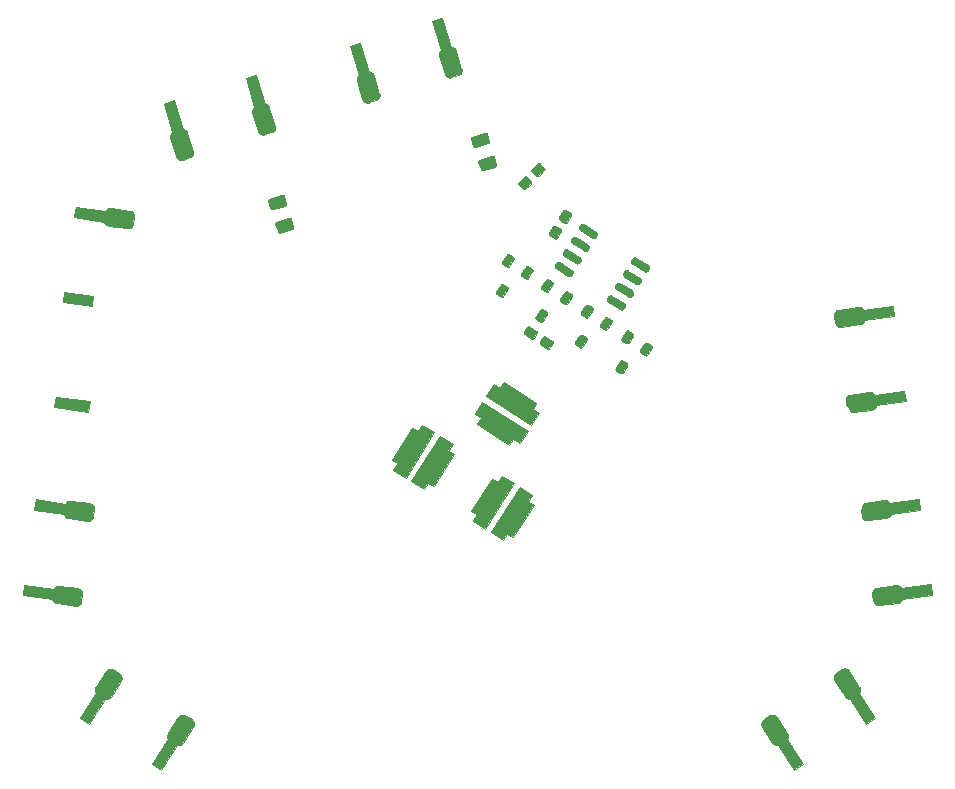
<source format=gts>
G04 #@! TF.GenerationSoftware,KiCad,Pcbnew,5.0.2+dfsg1-1*
G04 #@! TF.CreationDate,2021-09-10T13:15:43+02:00*
G04 #@! TF.ProjectId,facet_v1,66616365-745f-4763-912e-6b696361645f,rev?*
G04 #@! TF.SameCoordinates,Original*
G04 #@! TF.FileFunction,Soldermask,Top*
G04 #@! TF.FilePolarity,Negative*
%FSLAX46Y46*%
G04 Gerber Fmt 4.6, Leading zero omitted, Abs format (unit mm)*
G04 Created by KiCad (PCBNEW 5.0.2+dfsg1-1) date Fri 10 Sep 2021 01:15:43 PM CEST*
%MOMM*%
%LPD*%
G01*
G04 APERTURE LIST*
%ADD10C,0.000001*%
G04 APERTURE END LIST*
D10*
G04 #@! TO.C,*
G36*
X30472125Y11298342D02*
X30503617Y11276454D01*
X30536919Y11257282D01*
X30571852Y11240966D01*
X30608237Y11227645D01*
X30645894Y11217456D01*
X30684643Y11210540D01*
X30724305Y11207034D01*
X30764701Y11207079D01*
X30805651Y11210812D01*
X32391135Y11427413D01*
X32435159Y11435641D01*
X32477280Y11447895D01*
X32517338Y11463942D01*
X32555169Y11483550D01*
X32590614Y11506490D01*
X32623509Y11532528D01*
X32653694Y11561433D01*
X32681007Y11592973D01*
X32705286Y11626917D01*
X32726371Y11663034D01*
X32744098Y11701091D01*
X32758307Y11740857D01*
X32768836Y11782101D01*
X35272958Y12124027D01*
X35151301Y13015785D01*
X32647179Y12673859D01*
X32625936Y12710687D01*
X32601533Y12745109D01*
X32574191Y12776946D01*
X32544131Y12806019D01*
X32511575Y12832147D01*
X32476743Y12855152D01*
X32439856Y12874854D01*
X32401134Y12891073D01*
X32360800Y12903632D01*
X32319073Y12912349D01*
X32276175Y12917046D01*
X32232327Y12917543D01*
X32187749Y12913661D01*
X30602265Y12697059D01*
X30556869Y12688521D01*
X30513433Y12675731D01*
X30472149Y12658939D01*
X30433205Y12638396D01*
X30396791Y12614352D01*
X30363098Y12587057D01*
X30332315Y12556762D01*
X30304633Y12523718D01*
X30280241Y12488174D01*
X30259329Y12450382D01*
X30242087Y12410591D01*
X30228704Y12369053D01*
X30219372Y12326018D01*
X30214279Y12281735D01*
X30213616Y12236457D01*
X30217572Y12190432D01*
X30298582Y11595779D01*
X30305958Y11555343D01*
X30316728Y11516453D01*
X30330712Y11479239D01*
X30347732Y11443828D01*
X30367609Y11410350D01*
X30390165Y11378933D01*
X30415222Y11349707D01*
X30442600Y11322799D01*
X30472121Y11298340D01*
X30472125Y11298342D01*
X30472125Y11298342D01*
G37*
X30472125Y11298342D02*
X30503617Y11276454D01*
X30536919Y11257282D01*
X30571852Y11240966D01*
X30608237Y11227645D01*
X30645894Y11217456D01*
X30684643Y11210540D01*
X30724305Y11207034D01*
X30764701Y11207079D01*
X30805651Y11210812D01*
X32391135Y11427413D01*
X32435159Y11435641D01*
X32477280Y11447895D01*
X32517338Y11463942D01*
X32555169Y11483550D01*
X32590614Y11506490D01*
X32623509Y11532528D01*
X32653694Y11561433D01*
X32681007Y11592973D01*
X32705286Y11626917D01*
X32726371Y11663034D01*
X32744098Y11701091D01*
X32758307Y11740857D01*
X32768836Y11782101D01*
X35272958Y12124027D01*
X35151301Y13015785D01*
X32647179Y12673859D01*
X32625936Y12710687D01*
X32601533Y12745109D01*
X32574191Y12776946D01*
X32544131Y12806019D01*
X32511575Y12832147D01*
X32476743Y12855152D01*
X32439856Y12874854D01*
X32401134Y12891073D01*
X32360800Y12903632D01*
X32319073Y12912349D01*
X32276175Y12917046D01*
X32232327Y12917543D01*
X32187749Y12913661D01*
X30602265Y12697059D01*
X30556869Y12688521D01*
X30513433Y12675731D01*
X30472149Y12658939D01*
X30433205Y12638396D01*
X30396791Y12614352D01*
X30363098Y12587057D01*
X30332315Y12556762D01*
X30304633Y12523718D01*
X30280241Y12488174D01*
X30259329Y12450382D01*
X30242087Y12410591D01*
X30228704Y12369053D01*
X30219372Y12326018D01*
X30214279Y12281735D01*
X30213616Y12236457D01*
X30217572Y12190432D01*
X30298582Y11595779D01*
X30305958Y11555343D01*
X30316728Y11516453D01*
X30330712Y11479239D01*
X30347732Y11443828D01*
X30367609Y11410350D01*
X30390165Y11378933D01*
X30415222Y11349707D01*
X30442600Y11322799D01*
X30472121Y11298340D01*
X30472125Y11298342D01*
G36*
X-2569438Y32388378D02*
X-2534847Y32371850D01*
X-2498934Y32358292D01*
X-2461893Y32347812D01*
X-2423913Y32340519D01*
X-2385186Y32336520D01*
X-2345904Y32335924D01*
X-2306257Y32338840D01*
X-2266437Y32345375D01*
X-2226635Y32355638D01*
X-1652426Y32531302D01*
X-1608994Y32547023D01*
X-1568185Y32566631D01*
X-1530147Y32589846D01*
X-1495025Y32616391D01*
X-1462967Y32645987D01*
X-1434117Y32678355D01*
X-1408624Y32713219D01*
X-1386634Y32750299D01*
X-1368292Y32789317D01*
X-1353746Y32829994D01*
X-1343142Y32872054D01*
X-1336625Y32915216D01*
X-1334344Y32959204D01*
X-1336444Y33003738D01*
X-1343071Y33048541D01*
X-1354373Y33093334D01*
X-1822496Y34623131D01*
X-1837676Y34665223D01*
X-1856524Y34704816D01*
X-1878786Y34741785D01*
X-1904205Y34776004D01*
X-1932527Y34807347D01*
X-1963496Y34835691D01*
X-1996856Y34860909D01*
X-2032352Y34882875D01*
X-2069728Y34901466D01*
X-2108729Y34916554D01*
X-2149100Y34928016D01*
X-2190585Y34935725D01*
X-2232928Y34939556D01*
X-2973130Y37356091D01*
X-3833652Y37092394D01*
X-3093449Y34675860D01*
X-3126469Y34648999D01*
X-3156605Y34619418D01*
X-3183713Y34587360D01*
X-3207651Y34553068D01*
X-3228277Y34516788D01*
X-3245449Y34478762D01*
X-3259023Y34439235D01*
X-3268858Y34398451D01*
X-3274811Y34356653D01*
X-3276739Y34314085D01*
X-3274500Y34270992D01*
X-3267951Y34227616D01*
X-3256950Y34184203D01*
X-2788393Y32654128D01*
X-2774616Y32615400D01*
X-2757747Y32578740D01*
X-2737981Y32544248D01*
X-2715513Y32512023D01*
X-2690537Y32482164D01*
X-2663247Y32454771D01*
X-2633839Y32429942D01*
X-2602506Y32407778D01*
X-2569443Y32388376D01*
X-2569438Y32388378D01*
X-2569438Y32388378D01*
G37*
X-2569438Y32388378D02*
X-2534847Y32371850D01*
X-2498934Y32358292D01*
X-2461893Y32347812D01*
X-2423913Y32340519D01*
X-2385186Y32336520D01*
X-2345904Y32335924D01*
X-2306257Y32338840D01*
X-2266437Y32345375D01*
X-2226635Y32355638D01*
X-1652426Y32531302D01*
X-1608994Y32547023D01*
X-1568185Y32566631D01*
X-1530147Y32589846D01*
X-1495025Y32616391D01*
X-1462967Y32645987D01*
X-1434117Y32678355D01*
X-1408624Y32713219D01*
X-1386634Y32750299D01*
X-1368292Y32789317D01*
X-1353746Y32829994D01*
X-1343142Y32872054D01*
X-1336625Y32915216D01*
X-1334344Y32959204D01*
X-1336444Y33003738D01*
X-1343071Y33048541D01*
X-1354373Y33093334D01*
X-1822496Y34623131D01*
X-1837676Y34665223D01*
X-1856524Y34704816D01*
X-1878786Y34741785D01*
X-1904205Y34776004D01*
X-1932527Y34807347D01*
X-1963496Y34835691D01*
X-1996856Y34860909D01*
X-2032352Y34882875D01*
X-2069728Y34901466D01*
X-2108729Y34916554D01*
X-2149100Y34928016D01*
X-2190585Y34935725D01*
X-2232928Y34939556D01*
X-2973130Y37356091D01*
X-3833652Y37092394D01*
X-3093449Y34675860D01*
X-3126469Y34648999D01*
X-3156605Y34619418D01*
X-3183713Y34587360D01*
X-3207651Y34553068D01*
X-3228277Y34516788D01*
X-3245449Y34478762D01*
X-3259023Y34439235D01*
X-3268858Y34398451D01*
X-3274811Y34356653D01*
X-3276739Y34314085D01*
X-3274500Y34270992D01*
X-3267951Y34227616D01*
X-3256950Y34184203D01*
X-2788393Y32654128D01*
X-2774616Y32615400D01*
X-2757747Y32578740D01*
X-2737981Y32544248D01*
X-2715513Y32512023D01*
X-2690537Y32482164D01*
X-2663247Y32454771D01*
X-2633839Y32429942D01*
X-2602506Y32407778D01*
X-2569443Y32388376D01*
X-2569438Y32388378D01*
G36*
X-267085Y26444540D02*
X-231263Y26431140D01*
X-192652Y26427407D01*
X-152921Y26434100D01*
X898724Y26755915D01*
X935375Y26772714D01*
X965246Y26797619D01*
X987401Y26828874D01*
X1000905Y26864722D01*
X1004825Y26903404D01*
X998224Y26943164D01*
X808039Y27564688D01*
X791235Y27601334D01*
X766333Y27631201D01*
X735085Y27653353D01*
X699243Y27666858D01*
X660561Y27670781D01*
X620791Y27664188D01*
X-430856Y27342374D01*
X-467521Y27325539D01*
X-497441Y27300552D01*
X-519665Y27269193D01*
X-533240Y27233243D01*
X-537214Y27194482D01*
X-530636Y27154690D01*
X-340173Y26533601D01*
X-323339Y26496856D01*
X-298377Y26466800D01*
X-267083Y26444541D01*
X-267085Y26444540D01*
X-267085Y26444540D01*
G37*
X-267085Y26444540D02*
X-231263Y26431140D01*
X-192652Y26427407D01*
X-152921Y26434100D01*
X898724Y26755915D01*
X935375Y26772714D01*
X965246Y26797619D01*
X987401Y26828874D01*
X1000905Y26864722D01*
X1004825Y26903404D01*
X998224Y26943164D01*
X808039Y27564688D01*
X791235Y27601334D01*
X766333Y27631201D01*
X735085Y27653353D01*
X699243Y27666858D01*
X660561Y27670781D01*
X620791Y27664188D01*
X-430856Y27342374D01*
X-467521Y27325539D01*
X-497441Y27300552D01*
X-519665Y27269193D01*
X-533240Y27233243D01*
X-537214Y27194482D01*
X-530636Y27154690D01*
X-340173Y26533601D01*
X-323339Y26496856D01*
X-298377Y26466800D01*
X-267083Y26444541D01*
X-267085Y26444540D01*
G36*
X9675493Y18769129D02*
X9715615Y18748240D01*
X9757550Y18735178D01*
X9800335Y18729732D01*
X9843006Y18731688D01*
X9884601Y18740836D01*
X9924156Y18756963D01*
X9960708Y18779857D01*
X9993295Y18809307D01*
X10020952Y18845099D01*
X10074682Y18929119D01*
X10095568Y18969241D01*
X10108629Y19011176D01*
X10114075Y19053961D01*
X10112119Y19096633D01*
X10102972Y19138228D01*
X10086846Y19177784D01*
X10063953Y19214336D01*
X10034504Y19246922D01*
X9998712Y19274579D01*
X9030029Y19894010D01*
X8989907Y19914896D01*
X8947972Y19927957D01*
X8905187Y19933403D01*
X8862515Y19931447D01*
X8820920Y19922300D01*
X8781365Y19906174D01*
X8744812Y19883281D01*
X8712226Y19853832D01*
X8684569Y19818040D01*
X8630839Y19734020D01*
X8609950Y19693898D01*
X8596888Y19651962D01*
X8591442Y19609177D01*
X8593398Y19566506D01*
X8602546Y19524911D01*
X8618673Y19485356D01*
X8641567Y19448804D01*
X8671017Y19416218D01*
X8706809Y19388561D01*
X9675493Y18769129D01*
X9675493Y18769129D01*
G37*
X9675493Y18769129D02*
X9715615Y18748240D01*
X9757550Y18735178D01*
X9800335Y18729732D01*
X9843006Y18731688D01*
X9884601Y18740836D01*
X9924156Y18756963D01*
X9960708Y18779857D01*
X9993295Y18809307D01*
X10020952Y18845099D01*
X10074682Y18929119D01*
X10095568Y18969241D01*
X10108629Y19011176D01*
X10114075Y19053961D01*
X10112119Y19096633D01*
X10102972Y19138228D01*
X10086846Y19177784D01*
X10063953Y19214336D01*
X10034504Y19246922D01*
X9998712Y19274579D01*
X9030029Y19894010D01*
X8989907Y19914896D01*
X8947972Y19927957D01*
X8905187Y19933403D01*
X8862515Y19931447D01*
X8820920Y19922300D01*
X8781365Y19906174D01*
X8744812Y19883281D01*
X8712226Y19853832D01*
X8684569Y19818040D01*
X8630839Y19734020D01*
X8609950Y19693898D01*
X8596888Y19651962D01*
X8591442Y19609177D01*
X8593398Y19566506D01*
X8602546Y19524911D01*
X8618673Y19485356D01*
X8641567Y19448804D01*
X8671017Y19416218D01*
X8706809Y19388561D01*
X9675493Y18769129D01*
G36*
X14098780Y15940623D02*
X14138887Y15919746D01*
X14180782Y15906710D01*
X14223508Y15901300D01*
X14266111Y15903300D01*
X14307634Y15912492D01*
X14347121Y15928662D01*
X14383616Y15951593D01*
X14416163Y15981069D01*
X14443805Y16016873D01*
X14497535Y16100893D01*
X14518439Y16141007D01*
X14531541Y16182917D01*
X14537046Y16225665D01*
X14535158Y16268293D01*
X14526083Y16309842D01*
X14510024Y16349354D01*
X14487187Y16385868D01*
X14457775Y16418428D01*
X14421995Y16446074D01*
X13452877Y17065784D01*
X13412755Y17086670D01*
X13370820Y17099731D01*
X13328035Y17105177D01*
X13285363Y17103221D01*
X13243767Y17094074D01*
X13204212Y17077948D01*
X13167659Y17055055D01*
X13135074Y17025606D01*
X13107418Y16989814D01*
X13053688Y16905794D01*
X13032802Y16865672D01*
X13019741Y16823737D01*
X13014295Y16780952D01*
X13016251Y16738280D01*
X13025398Y16696685D01*
X13041524Y16657130D01*
X13064417Y16620577D01*
X13093866Y16587991D01*
X13129658Y16560334D01*
X14098780Y15940623D01*
X14098780Y15940623D01*
G37*
X14098780Y15940623D02*
X14138887Y15919746D01*
X14180782Y15906710D01*
X14223508Y15901300D01*
X14266111Y15903300D01*
X14307634Y15912492D01*
X14347121Y15928662D01*
X14383616Y15951593D01*
X14416163Y15981069D01*
X14443805Y16016873D01*
X14497535Y16100893D01*
X14518439Y16141007D01*
X14531541Y16182917D01*
X14537046Y16225665D01*
X14535158Y16268293D01*
X14526083Y16309842D01*
X14510024Y16349354D01*
X14487187Y16385868D01*
X14457775Y16418428D01*
X14421995Y16446074D01*
X13452877Y17065784D01*
X13412755Y17086670D01*
X13370820Y17099731D01*
X13328035Y17105177D01*
X13285363Y17103221D01*
X13243767Y17094074D01*
X13204212Y17077948D01*
X13167659Y17055055D01*
X13135074Y17025606D01*
X13107418Y16989814D01*
X13053688Y16905794D01*
X13032802Y16865672D01*
X13019741Y16823737D01*
X13014295Y16780952D01*
X13016251Y16738280D01*
X13025398Y16696685D01*
X13041524Y16657130D01*
X13064417Y16620577D01*
X13093866Y16587991D01*
X13129658Y16560334D01*
X14098780Y15940623D01*
G36*
X7369472Y20035794D02*
X7406058Y20018771D01*
X7444489Y20012181D01*
X7482790Y20015592D01*
X7518988Y20028567D01*
X7551108Y20050672D01*
X7577176Y20081474D01*
X7927121Y20628726D01*
X7944144Y20665312D01*
X7950734Y20703742D01*
X7947324Y20742044D01*
X7934348Y20778242D01*
X7912243Y20810362D01*
X7881441Y20836430D01*
X7460445Y21105639D01*
X7423891Y21122642D01*
X7385541Y21129179D01*
X7347344Y21125701D01*
X7311251Y21112659D01*
X7279212Y21090502D01*
X7253177Y21059679D01*
X6903235Y20512428D01*
X6886179Y20475863D01*
X6879508Y20437483D01*
X6882812Y20399248D01*
X6895682Y20363117D01*
X6917706Y20331049D01*
X6948475Y20305003D01*
X7369472Y20035794D01*
X7369472Y20035794D01*
G37*
X7369472Y20035794D02*
X7406058Y20018771D01*
X7444489Y20012181D01*
X7482790Y20015592D01*
X7518988Y20028567D01*
X7551108Y20050672D01*
X7577176Y20081474D01*
X7927121Y20628726D01*
X7944144Y20665312D01*
X7950734Y20703742D01*
X7947324Y20742044D01*
X7934348Y20778242D01*
X7912243Y20810362D01*
X7881441Y20836430D01*
X7460445Y21105639D01*
X7423891Y21122642D01*
X7385541Y21129179D01*
X7347344Y21125701D01*
X7311251Y21112659D01*
X7279212Y21090502D01*
X7253177Y21059679D01*
X6903235Y20512428D01*
X6886179Y20475863D01*
X6879508Y20437483D01*
X6882812Y20399248D01*
X6895682Y20363117D01*
X6917706Y20331049D01*
X6948475Y20305003D01*
X7369472Y20035794D01*
G36*
X332669Y24484623D02*
X368604Y24471151D01*
X407426Y24467285D01*
X447267Y24473913D01*
X1498913Y24795728D01*
X1535561Y24812530D01*
X1565430Y24837437D01*
X1587586Y24868691D01*
X1601092Y24904537D01*
X1605013Y24943217D01*
X1598413Y24982977D01*
X1408228Y25604501D01*
X1391428Y25641144D01*
X1366527Y25671009D01*
X1335278Y25693162D01*
X1299434Y25706669D01*
X1260750Y25710593D01*
X1220979Y25704001D01*
X169334Y25382187D01*
X132659Y25365352D01*
X102735Y25340365D01*
X80514Y25309006D01*
X66943Y25273055D01*
X62974Y25234294D01*
X69554Y25194502D01*
X259739Y24572978D01*
X276531Y24536417D01*
X301417Y24506702D01*
X332669Y24484628D01*
X332669Y24484623D01*
X332669Y24484623D01*
G37*
X332669Y24484623D02*
X368604Y24471151D01*
X407426Y24467285D01*
X447267Y24473913D01*
X1498913Y24795728D01*
X1535561Y24812530D01*
X1565430Y24837437D01*
X1587586Y24868691D01*
X1601092Y24904537D01*
X1605013Y24943217D01*
X1598413Y24982977D01*
X1408228Y25604501D01*
X1391428Y25641144D01*
X1366527Y25671009D01*
X1335278Y25693162D01*
X1299434Y25706669D01*
X1260750Y25710593D01*
X1220979Y25704001D01*
X169334Y25382187D01*
X132659Y25365352D01*
X102735Y25340365D01*
X80514Y25309006D01*
X66943Y25273055D01*
X62974Y25234294D01*
X69554Y25194502D01*
X259739Y24572978D01*
X276531Y24536417D01*
X301417Y24506702D01*
X332669Y24484628D01*
X332669Y24484623D01*
G36*
X31643395Y4019260D02*
X31678821Y4013634D01*
X31714859Y4010450D01*
X31751497Y4010221D01*
X31788720Y4013460D01*
X33374205Y4230062D01*
X33418196Y4238284D01*
X33460306Y4250530D01*
X33500368Y4266570D01*
X33538220Y4286171D01*
X33573698Y4309099D01*
X33606637Y4335124D01*
X33636873Y4364012D01*
X33664242Y4395532D01*
X33688580Y4429451D01*
X33709723Y4465537D01*
X33727507Y4503557D01*
X33741768Y4543279D01*
X33752341Y4584471D01*
X36256304Y4927110D01*
X36134369Y5818431D01*
X33630682Y5476228D01*
X33609465Y5513136D01*
X33585072Y5547624D01*
X33557727Y5579513D01*
X33527652Y5608626D01*
X33495068Y5634784D01*
X33460200Y5657809D01*
X33423269Y5677523D01*
X33384497Y5693749D01*
X33344108Y5706308D01*
X33302324Y5715022D01*
X33259366Y5719714D01*
X33215459Y5720205D01*
X33170824Y5716317D01*
X31585618Y5500150D01*
X31540218Y5491609D01*
X31496774Y5478806D01*
X31455476Y5461994D01*
X31416514Y5441423D01*
X31380079Y5417346D01*
X31346363Y5390015D01*
X31315555Y5359681D01*
X31287847Y5326595D01*
X31263429Y5291011D01*
X31242491Y5253179D01*
X31225226Y5213351D01*
X31211822Y5171779D01*
X31202472Y5128714D01*
X31197365Y5084410D01*
X31196693Y5039116D01*
X31200646Y4993086D01*
X31246986Y4653083D01*
X31268988Y4620268D01*
X31290886Y4587403D01*
X31312676Y4554488D01*
X31334354Y4521519D01*
X31355915Y4488496D01*
X31377356Y4455415D01*
X31398674Y4422276D01*
X31419864Y4389076D01*
X31440922Y4355813D01*
X31461844Y4322485D01*
X31482627Y4289090D01*
X31503266Y4255627D01*
X31523758Y4222093D01*
X31544099Y4188486D01*
X31564285Y4154805D01*
X31584312Y4121047D01*
X31604176Y4087210D01*
X31623873Y4053293D01*
X31643399Y4019294D01*
X31643395Y4019260D01*
X31643395Y4019260D01*
G37*
X31643395Y4019260D02*
X31678821Y4013634D01*
X31714859Y4010450D01*
X31751497Y4010221D01*
X31788720Y4013460D01*
X33374205Y4230062D01*
X33418196Y4238284D01*
X33460306Y4250530D01*
X33500368Y4266570D01*
X33538220Y4286171D01*
X33573698Y4309099D01*
X33606637Y4335124D01*
X33636873Y4364012D01*
X33664242Y4395532D01*
X33688580Y4429451D01*
X33709723Y4465537D01*
X33727507Y4503557D01*
X33741768Y4543279D01*
X33752341Y4584471D01*
X36256304Y4927110D01*
X36134369Y5818431D01*
X33630682Y5476228D01*
X33609465Y5513136D01*
X33585072Y5547624D01*
X33557727Y5579513D01*
X33527652Y5608626D01*
X33495068Y5634784D01*
X33460200Y5657809D01*
X33423269Y5677523D01*
X33384497Y5693749D01*
X33344108Y5706308D01*
X33302324Y5715022D01*
X33259366Y5719714D01*
X33215459Y5720205D01*
X33170824Y5716317D01*
X31585618Y5500150D01*
X31540218Y5491609D01*
X31496774Y5478806D01*
X31455476Y5461994D01*
X31416514Y5441423D01*
X31380079Y5417346D01*
X31346363Y5390015D01*
X31315555Y5359681D01*
X31287847Y5326595D01*
X31263429Y5291011D01*
X31242491Y5253179D01*
X31225226Y5213351D01*
X31211822Y5171779D01*
X31202472Y5128714D01*
X31197365Y5084410D01*
X31196693Y5039116D01*
X31200646Y4993086D01*
X31246986Y4653083D01*
X31268988Y4620268D01*
X31290886Y4587403D01*
X31312676Y4554488D01*
X31334354Y4521519D01*
X31355915Y4488496D01*
X31377356Y4455415D01*
X31398674Y4422276D01*
X31419864Y4389076D01*
X31440922Y4355813D01*
X31461844Y4322485D01*
X31482627Y4289090D01*
X31503266Y4255627D01*
X31523758Y4222093D01*
X31544099Y4188486D01*
X31564285Y4154805D01*
X31584312Y4121047D01*
X31604176Y4087210D01*
X31623873Y4053293D01*
X31643399Y4019294D01*
X31643395Y4019260D01*
G36*
X-9514921Y30261585D02*
X-9480330Y30245057D01*
X-9444417Y30231500D01*
X-9407376Y30221021D01*
X-9369396Y30213729D01*
X-9330669Y30209731D01*
X-9291386Y30209135D01*
X-9251739Y30212051D01*
X-9211919Y30218584D01*
X-9172117Y30228845D01*
X-8597909Y30404509D01*
X-8554476Y30420230D01*
X-8513667Y30439838D01*
X-8475628Y30463053D01*
X-8440506Y30489597D01*
X-8408447Y30519193D01*
X-8379598Y30551562D01*
X-8354105Y30586425D01*
X-8332114Y30623505D01*
X-8313773Y30662522D01*
X-8299226Y30703200D01*
X-8288622Y30745259D01*
X-8282106Y30788422D01*
X-8279825Y30832410D01*
X-8281926Y30876944D01*
X-8288554Y30921748D01*
X-8299856Y30966541D01*
X-8767980Y32496337D01*
X-8783158Y32538429D01*
X-8802005Y32578022D01*
X-8824266Y32614991D01*
X-8849685Y32649210D01*
X-8878007Y32680554D01*
X-8908975Y32708898D01*
X-8942336Y32734116D01*
X-8977832Y32756083D01*
X-9015209Y32774674D01*
X-9054210Y32789764D01*
X-9094580Y32801227D01*
X-9136064Y32808937D01*
X-9178406Y32812771D01*
X-9918608Y35229305D01*
X-10779130Y34965611D01*
X-10038927Y32549075D01*
X-10071947Y32522214D01*
X-10102082Y32492633D01*
X-10129190Y32460574D01*
X-10153129Y32426283D01*
X-10173755Y32390003D01*
X-10190927Y32351977D01*
X-10204501Y32312450D01*
X-10214336Y32271665D01*
X-10220288Y32229867D01*
X-10222217Y32187299D01*
X-10219977Y32144206D01*
X-10213429Y32100830D01*
X-10202428Y32057417D01*
X-9733870Y30527342D01*
X-9720093Y30488614D01*
X-9703225Y30451954D01*
X-9683459Y30417462D01*
X-9660992Y30385238D01*
X-9636016Y30355379D01*
X-9608727Y30327986D01*
X-9579319Y30303157D01*
X-9547986Y30280992D01*
X-9514922Y30261590D01*
X-9514921Y30261585D01*
X-9514921Y30261585D01*
G37*
X-9514921Y30261585D02*
X-9480330Y30245057D01*
X-9444417Y30231500D01*
X-9407376Y30221021D01*
X-9369396Y30213729D01*
X-9330669Y30209731D01*
X-9291386Y30209135D01*
X-9251739Y30212051D01*
X-9211919Y30218584D01*
X-9172117Y30228845D01*
X-8597909Y30404509D01*
X-8554476Y30420230D01*
X-8513667Y30439838D01*
X-8475628Y30463053D01*
X-8440506Y30489597D01*
X-8408447Y30519193D01*
X-8379598Y30551562D01*
X-8354105Y30586425D01*
X-8332114Y30623505D01*
X-8313773Y30662522D01*
X-8299226Y30703200D01*
X-8288622Y30745259D01*
X-8282106Y30788422D01*
X-8279825Y30832410D01*
X-8281926Y30876944D01*
X-8288554Y30921748D01*
X-8299856Y30966541D01*
X-8767980Y32496337D01*
X-8783158Y32538429D01*
X-8802005Y32578022D01*
X-8824266Y32614991D01*
X-8849685Y32649210D01*
X-8878007Y32680554D01*
X-8908975Y32708898D01*
X-8942336Y32734116D01*
X-8977832Y32756083D01*
X-9015209Y32774674D01*
X-9054210Y32789764D01*
X-9094580Y32801227D01*
X-9136064Y32808937D01*
X-9178406Y32812771D01*
X-9918608Y35229305D01*
X-10779130Y34965611D01*
X-10038927Y32549075D01*
X-10071947Y32522214D01*
X-10102082Y32492633D01*
X-10129190Y32460574D01*
X-10153129Y32426283D01*
X-10173755Y32390003D01*
X-10190927Y32351977D01*
X-10204501Y32312450D01*
X-10214336Y32271665D01*
X-10220288Y32229867D01*
X-10222217Y32187299D01*
X-10219977Y32144206D01*
X-10213429Y32100830D01*
X-10202428Y32057417D01*
X-9733870Y30527342D01*
X-9720093Y30488614D01*
X-9703225Y30451954D01*
X-9683459Y30417462D01*
X-9660992Y30385238D01*
X-9636016Y30355379D01*
X-9608727Y30327986D01*
X-9579319Y30303157D01*
X-9547986Y30280992D01*
X-9514922Y30261590D01*
X-9514921Y30261585D01*
G36*
X8991193Y17699005D02*
X9031315Y17678116D01*
X9073250Y17665054D01*
X9116035Y17659608D01*
X9158706Y17661564D01*
X9200301Y17670712D01*
X9239856Y17686839D01*
X9276409Y17709733D01*
X9308995Y17739183D01*
X9336653Y17774975D01*
X9390663Y17859435D01*
X9411542Y17899544D01*
X9424579Y17941440D01*
X9429988Y17984168D01*
X9427987Y18026771D01*
X9418793Y18068294D01*
X9402622Y18107781D01*
X9379690Y18144274D01*
X9350215Y18176820D01*
X9314413Y18204460D01*
X8345730Y18823891D01*
X8305618Y18844792D01*
X8263708Y18857893D01*
X8220960Y18863398D01*
X8178333Y18861510D01*
X8136784Y18852435D01*
X8097272Y18836378D01*
X8060757Y18813541D01*
X8028196Y18784131D01*
X8000548Y18748351D01*
X7946538Y18663891D01*
X7925649Y18623769D01*
X7912587Y18581833D01*
X7907141Y18539048D01*
X7909097Y18496376D01*
X7918245Y18454781D01*
X7934372Y18415225D01*
X7957266Y18378673D01*
X7986716Y18346087D01*
X8022508Y18318431D01*
X8991193Y17699005D01*
X8991193Y17699005D01*
G37*
X8991193Y17699005D02*
X9031315Y17678116D01*
X9073250Y17665054D01*
X9116035Y17659608D01*
X9158706Y17661564D01*
X9200301Y17670712D01*
X9239856Y17686839D01*
X9276409Y17709733D01*
X9308995Y17739183D01*
X9336653Y17774975D01*
X9390663Y17859435D01*
X9411542Y17899544D01*
X9424579Y17941440D01*
X9429988Y17984168D01*
X9427987Y18026771D01*
X9418793Y18068294D01*
X9402622Y18107781D01*
X9379690Y18144274D01*
X9350215Y18176820D01*
X9314413Y18204460D01*
X8345730Y18823891D01*
X8305618Y18844792D01*
X8263708Y18857893D01*
X8220960Y18863398D01*
X8178333Y18861510D01*
X8136784Y18852435D01*
X8097272Y18836378D01*
X8060757Y18813541D01*
X8028196Y18784131D01*
X8000548Y18748351D01*
X7946538Y18663891D01*
X7925649Y18623769D01*
X7912587Y18581833D01*
X7907141Y18539048D01*
X7909097Y18496376D01*
X7918245Y18454781D01*
X7934372Y18415225D01*
X7957266Y18378673D01*
X7986716Y18346087D01*
X8022508Y18318431D01*
X8991193Y17699005D01*
G36*
X13414481Y14870499D02*
X13454589Y14849620D01*
X13496485Y14836583D01*
X13539212Y14831174D01*
X13581815Y14833175D01*
X13623337Y14842369D01*
X13662823Y14858540D01*
X13699317Y14881472D01*
X13731863Y14910947D01*
X13759505Y14946749D01*
X13813515Y15031209D01*
X13834410Y15071308D01*
X13847486Y15113179D01*
X13852954Y15155869D01*
X13851022Y15198428D01*
X13841901Y15239904D01*
X13825799Y15279347D01*
X13802927Y15315804D01*
X13773492Y15348324D01*
X13737705Y15375956D01*
X12768587Y15995666D01*
X12728474Y16016570D01*
X12686565Y16029672D01*
X12643817Y16035177D01*
X12601189Y16033289D01*
X12559640Y16024214D01*
X12520129Y16008155D01*
X12483614Y15985318D01*
X12451053Y15955906D01*
X12423406Y15920126D01*
X12369396Y15835666D01*
X12348510Y15795544D01*
X12335449Y15753608D01*
X12330003Y15710823D01*
X12331959Y15668151D01*
X12341106Y15626555D01*
X12357232Y15587000D01*
X12380125Y15550447D01*
X12409574Y15517862D01*
X12445366Y15490206D01*
X13414481Y14870499D01*
X13414481Y14870499D01*
G37*
X13414481Y14870499D02*
X13454589Y14849620D01*
X13496485Y14836583D01*
X13539212Y14831174D01*
X13581815Y14833175D01*
X13623337Y14842369D01*
X13662823Y14858540D01*
X13699317Y14881472D01*
X13731863Y14910947D01*
X13759505Y14946749D01*
X13813515Y15031209D01*
X13834410Y15071308D01*
X13847486Y15113179D01*
X13852954Y15155869D01*
X13851022Y15198428D01*
X13841901Y15239904D01*
X13825799Y15279347D01*
X13802927Y15315804D01*
X13773492Y15348324D01*
X13737705Y15375956D01*
X12768587Y15995666D01*
X12728474Y16016570D01*
X12686565Y16029672D01*
X12643817Y16035177D01*
X12601189Y16033289D01*
X12559640Y16024214D01*
X12520129Y16008155D01*
X12483614Y15985318D01*
X12451053Y15955906D01*
X12423406Y15920126D01*
X12369396Y15835666D01*
X12348510Y15795544D01*
X12335449Y15753608D01*
X12330003Y15710823D01*
X12331959Y15668151D01*
X12341106Y15626555D01*
X12357232Y15587000D01*
X12380125Y15550447D01*
X12409574Y15517862D01*
X12445366Y15490206D01*
X13414481Y14870499D01*
G36*
X6520919Y18708805D02*
X6557508Y18691785D01*
X6595940Y18685197D01*
X6634241Y18688606D01*
X6670438Y18701580D01*
X6702557Y18723684D01*
X6728624Y18754485D01*
X7078846Y19302171D01*
X7095849Y19338725D01*
X7102386Y19377075D01*
X7098909Y19415272D01*
X7085866Y19451365D01*
X7063709Y19483405D01*
X7032886Y19509440D01*
X6611890Y19778649D01*
X6575357Y19795684D01*
X6537059Y19802303D01*
X6498929Y19798932D01*
X6462903Y19785995D01*
X6430915Y19763919D01*
X6404901Y19733129D01*
X6054678Y19185443D01*
X6037622Y19148878D01*
X6030951Y19110499D01*
X6034256Y19072265D01*
X6047125Y19036134D01*
X6069149Y19004066D01*
X6099918Y18978018D01*
X6520919Y18708805D01*
X6520919Y18708805D01*
G37*
X6520919Y18708805D02*
X6557508Y18691785D01*
X6595940Y18685197D01*
X6634241Y18688606D01*
X6670438Y18701580D01*
X6702557Y18723684D01*
X6728624Y18754485D01*
X7078846Y19302171D01*
X7095849Y19338725D01*
X7102386Y19377075D01*
X7098909Y19415272D01*
X7085866Y19451365D01*
X7063709Y19483405D01*
X7032886Y19509440D01*
X6611890Y19778649D01*
X6575357Y19795684D01*
X6537059Y19802303D01*
X6498929Y19798932D01*
X6462903Y19785995D01*
X6430915Y19763919D01*
X6404901Y19733129D01*
X6054678Y19185443D01*
X6037622Y19148878D01*
X6030951Y19110499D01*
X6034256Y19072265D01*
X6047125Y19036134D01*
X6069149Y19004066D01*
X6099918Y18978018D01*
X6520919Y18708805D01*
G36*
X8307174Y16629318D02*
X8347296Y16608429D01*
X8389231Y16595367D01*
X8432016Y16589921D01*
X8474687Y16591877D01*
X8516282Y16601025D01*
X8555837Y16617152D01*
X8592389Y16640046D01*
X8624976Y16669496D01*
X8652633Y16705288D01*
X8706363Y16789318D01*
X8727249Y16829440D01*
X8740310Y16871375D01*
X8745756Y16914160D01*
X8743800Y16956831D01*
X8734653Y16998427D01*
X8718527Y17037982D01*
X8695634Y17074534D01*
X8666185Y17107120D01*
X8630393Y17134777D01*
X7661710Y17754209D01*
X7621588Y17775098D01*
X7579652Y17788160D01*
X7536867Y17793606D01*
X7494196Y17791650D01*
X7452601Y17782502D01*
X7413046Y17766375D01*
X7376494Y17743481D01*
X7343908Y17714031D01*
X7316251Y17678239D01*
X7262521Y17594209D01*
X7241632Y17554087D01*
X7228570Y17512151D01*
X7223124Y17469366D01*
X7225080Y17426695D01*
X7234228Y17385100D01*
X7250355Y17345545D01*
X7273249Y17308993D01*
X7302699Y17276407D01*
X7338491Y17248750D01*
X8307174Y16629318D01*
X8307174Y16629318D01*
G37*
X8307174Y16629318D02*
X8347296Y16608429D01*
X8389231Y16595367D01*
X8432016Y16589921D01*
X8474687Y16591877D01*
X8516282Y16601025D01*
X8555837Y16617152D01*
X8592389Y16640046D01*
X8624976Y16669496D01*
X8652633Y16705288D01*
X8706363Y16789318D01*
X8727249Y16829440D01*
X8740310Y16871375D01*
X8745756Y16914160D01*
X8743800Y16956831D01*
X8734653Y16998427D01*
X8718527Y17037982D01*
X8695634Y17074534D01*
X8666185Y17107120D01*
X8630393Y17134777D01*
X7661710Y17754209D01*
X7621588Y17775098D01*
X7579652Y17788160D01*
X7536867Y17793606D01*
X7494196Y17791650D01*
X7452601Y17782502D01*
X7413046Y17766375D01*
X7376494Y17743481D01*
X7343908Y17714031D01*
X7316251Y17678239D01*
X7262521Y17594209D01*
X7241632Y17554087D01*
X7228570Y17512151D01*
X7223124Y17469366D01*
X7225080Y17426695D01*
X7234228Y17385100D01*
X7250355Y17345545D01*
X7273249Y17308993D01*
X7302699Y17276407D01*
X7338491Y17248750D01*
X8307174Y16629318D01*
G36*
X12730461Y13800812D02*
X12770568Y13779935D01*
X12812463Y13766901D01*
X12855191Y13761492D01*
X12897794Y13763492D01*
X12939317Y13772686D01*
X12978804Y13788856D01*
X13015298Y13811786D01*
X13047844Y13841260D01*
X13075486Y13877062D01*
X13129216Y13961092D01*
X13150117Y14001204D01*
X13163218Y14043114D01*
X13168723Y14085862D01*
X13166835Y14128490D01*
X13157760Y14170039D01*
X13141703Y14209550D01*
X13118866Y14246066D01*
X13089456Y14278626D01*
X13053676Y14306274D01*
X12084558Y14925984D01*
X12044436Y14946870D01*
X12002501Y14959931D01*
X11959716Y14965377D01*
X11917045Y14963421D01*
X11875450Y14954274D01*
X11835895Y14938148D01*
X11799343Y14915255D01*
X11766756Y14885806D01*
X11739098Y14850014D01*
X11685368Y14765984D01*
X11664482Y14725862D01*
X11651421Y14683927D01*
X11645975Y14641142D01*
X11647931Y14598470D01*
X11657078Y14556875D01*
X11673204Y14517320D01*
X11696097Y14480767D01*
X11725546Y14448181D01*
X11761338Y14420524D01*
X12730461Y13800812D01*
X12730461Y13800812D01*
G37*
X12730461Y13800812D02*
X12770568Y13779935D01*
X12812463Y13766901D01*
X12855191Y13761492D01*
X12897794Y13763492D01*
X12939317Y13772686D01*
X12978804Y13788856D01*
X13015298Y13811786D01*
X13047844Y13841260D01*
X13075486Y13877062D01*
X13129216Y13961092D01*
X13150117Y14001204D01*
X13163218Y14043114D01*
X13168723Y14085862D01*
X13166835Y14128490D01*
X13157760Y14170039D01*
X13141703Y14209550D01*
X13118866Y14246066D01*
X13089456Y14278626D01*
X13053676Y14306274D01*
X12084558Y14925984D01*
X12044436Y14946870D01*
X12002501Y14959931D01*
X11959716Y14965377D01*
X11917045Y14963421D01*
X11875450Y14954274D01*
X11835895Y14938148D01*
X11799343Y14915255D01*
X11766756Y14885806D01*
X11739098Y14850014D01*
X11685368Y14765984D01*
X11664482Y14725862D01*
X11651421Y14683927D01*
X11645975Y14641142D01*
X11647931Y14598470D01*
X11657078Y14556875D01*
X11673204Y14517320D01*
X11696097Y14480767D01*
X11725546Y14448181D01*
X11761338Y14420524D01*
X12730461Y13800812D01*
G36*
X7622876Y15559196D02*
X7662998Y15538309D01*
X7704933Y15525248D01*
X7747718Y15519801D01*
X7790390Y15521756D01*
X7831985Y15530902D01*
X7871540Y15547028D01*
X7908093Y15569921D01*
X7940679Y15599371D01*
X7968336Y15635166D01*
X8022066Y15719186D01*
X8042952Y15759308D01*
X8056013Y15801243D01*
X8061459Y15844029D01*
X8059503Y15886701D01*
X8050356Y15928296D01*
X8034230Y15967852D01*
X8011337Y16004404D01*
X7981888Y16036990D01*
X7946096Y16064645D01*
X6977414Y16684077D01*
X6937292Y16704963D01*
X6895357Y16718024D01*
X6852572Y16723470D01*
X6809900Y16721514D01*
X6768305Y16712367D01*
X6728750Y16696241D01*
X6692197Y16673348D01*
X6659611Y16643899D01*
X6631954Y16608107D01*
X6578224Y16524087D01*
X6557335Y16483964D01*
X6544273Y16442028D01*
X6538827Y16399243D01*
X6540783Y16356572D01*
X6549931Y16314977D01*
X6566058Y16275422D01*
X6588952Y16238870D01*
X6618402Y16206284D01*
X6654194Y16178627D01*
X7622876Y15559196D01*
X7622876Y15559196D01*
G37*
X7622876Y15559196D02*
X7662998Y15538309D01*
X7704933Y15525248D01*
X7747718Y15519801D01*
X7790390Y15521756D01*
X7831985Y15530902D01*
X7871540Y15547028D01*
X7908093Y15569921D01*
X7940679Y15599371D01*
X7968336Y15635166D01*
X8022066Y15719186D01*
X8042952Y15759308D01*
X8056013Y15801243D01*
X8061459Y15844029D01*
X8059503Y15886701D01*
X8050356Y15928296D01*
X8034230Y15967852D01*
X8011337Y16004404D01*
X7981888Y16036990D01*
X7946096Y16064645D01*
X6977414Y16684077D01*
X6937292Y16704963D01*
X6895357Y16718024D01*
X6852572Y16723470D01*
X6809900Y16721514D01*
X6768305Y16712367D01*
X6728750Y16696241D01*
X6692197Y16673348D01*
X6659611Y16643899D01*
X6631954Y16608107D01*
X6578224Y16524087D01*
X6557335Y16483964D01*
X6544273Y16442028D01*
X6538827Y16399243D01*
X6540783Y16356572D01*
X6549931Y16314977D01*
X6566058Y16275422D01*
X6588952Y16238870D01*
X6618402Y16206284D01*
X6654194Y16178627D01*
X7622876Y15559196D01*
G36*
X12046164Y12730691D02*
X12086271Y12709814D01*
X12128166Y12696778D01*
X12170892Y12691368D01*
X12213495Y12693368D01*
X12255018Y12702560D01*
X12294505Y12718730D01*
X12330999Y12741661D01*
X12363546Y12771137D01*
X12391188Y12806941D01*
X12444918Y12890961D01*
X12465819Y12931074D01*
X12478920Y12972983D01*
X12484425Y13015732D01*
X12482537Y13058360D01*
X12473462Y13099909D01*
X12457405Y13139421D01*
X12434568Y13175936D01*
X12405158Y13208497D01*
X12369378Y13236143D01*
X11400260Y13855853D01*
X11360138Y13876742D01*
X11318203Y13889804D01*
X11275419Y13895250D01*
X11232747Y13893294D01*
X11191152Y13884146D01*
X11151596Y13868019D01*
X11115044Y13845125D01*
X11082458Y13815675D01*
X11054801Y13779883D01*
X11001071Y13695863D01*
X10980182Y13655740D01*
X10967120Y13613805D01*
X10961674Y13571020D01*
X10963630Y13528348D01*
X10972778Y13486754D01*
X10988905Y13447199D01*
X11011799Y13410647D01*
X11041249Y13378061D01*
X11077041Y13350404D01*
X12046164Y12730691D01*
X12046164Y12730691D01*
G37*
X12046164Y12730691D02*
X12086271Y12709814D01*
X12128166Y12696778D01*
X12170892Y12691368D01*
X12213495Y12693368D01*
X12255018Y12702560D01*
X12294505Y12718730D01*
X12330999Y12741661D01*
X12363546Y12771137D01*
X12391188Y12806941D01*
X12444918Y12890961D01*
X12465819Y12931074D01*
X12478920Y12972983D01*
X12484425Y13015732D01*
X12482537Y13058360D01*
X12473462Y13099909D01*
X12457405Y13139421D01*
X12434568Y13175936D01*
X12405158Y13208497D01*
X12369378Y13236143D01*
X11400260Y13855853D01*
X11360138Y13876742D01*
X11318203Y13889804D01*
X11275419Y13895250D01*
X11232747Y13893294D01*
X11191152Y13884146D01*
X11151596Y13868019D01*
X11115044Y13845125D01*
X11082458Y13815675D01*
X11054801Y13779883D01*
X11001071Y13695863D01*
X10980182Y13655740D01*
X10967120Y13613805D01*
X10961674Y13571020D01*
X10963630Y13528348D01*
X10972778Y13486754D01*
X10988905Y13447199D01*
X11011799Y13410647D01*
X11041249Y13378061D01*
X11077041Y13350404D01*
X12046164Y12730691D01*
G36*
X2475304Y16310208D02*
X2512208Y16293008D01*
X2550905Y16286331D01*
X2589435Y16289744D01*
X2625839Y16302815D01*
X2658159Y16325110D01*
X2684435Y16356198D01*
X3059992Y16943502D01*
X3077190Y16980398D01*
X3083871Y17019089D01*
X3080463Y17057617D01*
X3067396Y17094023D01*
X3045100Y17126348D01*
X3014002Y17152634D01*
X2679644Y17366442D01*
X2642704Y17383665D01*
X2603924Y17390393D01*
X2565289Y17387046D01*
X2528780Y17374041D01*
X2496382Y17351796D01*
X2470077Y17320732D01*
X2094521Y16733427D01*
X2077351Y16696507D01*
X2070750Y16657764D01*
X2074262Y16619169D01*
X2087436Y16582698D01*
X2109817Y16550323D01*
X2140951Y16524018D01*
X2475304Y16310208D01*
X2475304Y16310208D01*
G37*
X2475304Y16310208D02*
X2512208Y16293008D01*
X2550905Y16286331D01*
X2589435Y16289744D01*
X2625839Y16302815D01*
X2658159Y16325110D01*
X2684435Y16356198D01*
X3059992Y16943502D01*
X3077190Y16980398D01*
X3083871Y17019089D01*
X3080463Y17057617D01*
X3067396Y17094023D01*
X3045100Y17126348D01*
X3014002Y17152634D01*
X2679644Y17366442D01*
X2642704Y17383665D01*
X2603924Y17390393D01*
X2565289Y17387046D01*
X2528780Y17374041D01*
X2496382Y17351796D01*
X2470077Y17320732D01*
X2094521Y16733427D01*
X2077351Y16696507D01*
X2070750Y16657764D01*
X2074262Y16619169D01*
X2087436Y16582698D01*
X2109817Y16550323D01*
X2140951Y16524018D01*
X2475304Y16310208D01*
G36*
X4076134Y15286545D02*
X4113039Y15269346D01*
X4151736Y15262671D01*
X4190267Y15266085D01*
X4226672Y15279156D01*
X4258991Y15301451D01*
X4285265Y15332535D01*
X4660822Y15919840D01*
X4678021Y15956736D01*
X4684703Y15995426D01*
X4681297Y16033954D01*
X4668231Y16070360D01*
X4645933Y16102685D01*
X4614832Y16128971D01*
X4280038Y16343058D01*
X4243133Y16360261D01*
X4204436Y16366939D01*
X4165905Y16363525D01*
X4129500Y16350454D01*
X4097181Y16328157D01*
X4070907Y16297068D01*
X3695350Y15709763D01*
X3678148Y15672860D01*
X3671464Y15634168D01*
X3674871Y15595641D01*
X3687939Y15559239D01*
X3710238Y15526917D01*
X3741340Y15500632D01*
X4076134Y15286545D01*
X4076134Y15286545D01*
G37*
X4076134Y15286545D02*
X4113039Y15269346D01*
X4151736Y15262671D01*
X4190267Y15266085D01*
X4226672Y15279156D01*
X4258991Y15301451D01*
X4285265Y15332535D01*
X4660822Y15919840D01*
X4678021Y15956736D01*
X4684703Y15995426D01*
X4681297Y16033954D01*
X4668231Y16070360D01*
X4645933Y16102685D01*
X4614832Y16128971D01*
X4280038Y16343058D01*
X4243133Y16360261D01*
X4204436Y16366939D01*
X4165905Y16363525D01*
X4129500Y16350454D01*
X4097181Y16328157D01*
X4070907Y16297068D01*
X3695350Y15709763D01*
X3678148Y15672860D01*
X3671464Y15634168D01*
X3674871Y15595641D01*
X3687939Y15559239D01*
X3710238Y15526917D01*
X3741340Y15500632D01*
X4076134Y15286545D01*
G36*
X5803219Y14182147D02*
X5840127Y14164944D01*
X5878826Y14158266D01*
X5917356Y14161680D01*
X5953760Y14174751D01*
X5986077Y14197048D01*
X6012350Y14228137D01*
X6387907Y14815441D01*
X6405105Y14852337D01*
X6411786Y14891028D01*
X6408378Y14929556D01*
X6395311Y14965962D01*
X6373015Y14998287D01*
X6341917Y15024573D01*
X6007123Y15238659D01*
X5970215Y15255861D01*
X5931516Y15262538D01*
X5892986Y15259123D01*
X5856582Y15246050D01*
X5824265Y15223754D01*
X5797991Y15192669D01*
X5422435Y14605365D01*
X5405229Y14568462D01*
X5398545Y14529769D01*
X5401952Y14491243D01*
X5415022Y14454840D01*
X5437322Y14422518D01*
X5468425Y14396233D01*
X5803219Y14182147D01*
X5803219Y14182147D01*
G37*
X5803219Y14182147D02*
X5840127Y14164944D01*
X5878826Y14158266D01*
X5917356Y14161680D01*
X5953760Y14174751D01*
X5986077Y14197048D01*
X6012350Y14228137D01*
X6387907Y14815441D01*
X6405105Y14852337D01*
X6411786Y14891028D01*
X6408378Y14929556D01*
X6395311Y14965962D01*
X6373015Y14998287D01*
X6341917Y15024573D01*
X6007123Y15238659D01*
X5970215Y15255861D01*
X5931516Y15262538D01*
X5892986Y15259123D01*
X5856582Y15246050D01*
X5824265Y15223754D01*
X5797991Y15192669D01*
X5422435Y14605365D01*
X5405229Y14568462D01*
X5398545Y14529769D01*
X5401952Y14491243D01*
X5415022Y14454840D01*
X5437322Y14422518D01*
X5468425Y14396233D01*
X5803219Y14182147D01*
G36*
X7403612Y13158763D02*
X7440520Y13141560D01*
X7479219Y13134882D01*
X7517750Y13138296D01*
X7554153Y13151367D01*
X7586471Y13173664D01*
X7612744Y13204753D01*
X7988300Y13792058D01*
X8005499Y13828954D01*
X8012181Y13867644D01*
X8008775Y13906172D01*
X7995709Y13942578D01*
X7973411Y13974903D01*
X7942310Y14001189D01*
X7607951Y14214998D01*
X7571043Y14232201D01*
X7532344Y14238879D01*
X7493814Y14235466D01*
X7457410Y14222394D01*
X7425093Y14200097D01*
X7398820Y14169008D01*
X7023263Y13581704D01*
X7006061Y13544801D01*
X6999377Y13506108D01*
X7002784Y13467582D01*
X7015852Y13431179D01*
X7038151Y13398857D01*
X7069253Y13372572D01*
X7403612Y13158763D01*
X7403612Y13158763D01*
G37*
X7403612Y13158763D02*
X7440520Y13141560D01*
X7479219Y13134882D01*
X7517750Y13138296D01*
X7554153Y13151367D01*
X7586471Y13173664D01*
X7612744Y13204753D01*
X7988300Y13792058D01*
X8005499Y13828954D01*
X8012181Y13867644D01*
X8008775Y13906172D01*
X7995709Y13942578D01*
X7973411Y13974903D01*
X7942310Y14001189D01*
X7607951Y14214998D01*
X7571043Y14232201D01*
X7532344Y14238879D01*
X7493814Y14235466D01*
X7457410Y14222394D01*
X7425093Y14200097D01*
X7398820Y14169008D01*
X7023263Y13581704D01*
X7006061Y13544801D01*
X6999377Y13506108D01*
X7002784Y13467582D01*
X7015852Y13431179D01*
X7038151Y13398857D01*
X7069253Y13372572D01*
X7403612Y13158763D01*
G36*
X9172928Y12027360D02*
X9209836Y12010157D01*
X9248535Y12003479D01*
X9287065Y12006892D01*
X9323469Y12019964D01*
X9355786Y12042261D01*
X9382059Y12073350D01*
X9757616Y12660654D01*
X9774815Y12697550D01*
X9781497Y12736243D01*
X9778091Y12774773D01*
X9765025Y12811179D01*
X9742727Y12843504D01*
X9711626Y12869786D01*
X9377267Y13083594D01*
X9340359Y13100796D01*
X9301660Y13107473D01*
X9263130Y13104058D01*
X9226726Y13090985D01*
X9194409Y13068689D01*
X9168135Y13037604D01*
X8792579Y12450299D01*
X8775377Y12413400D01*
X8768693Y12374708D01*
X8772100Y12336181D01*
X8785168Y12299777D01*
X8807467Y12267453D01*
X8838569Y12241168D01*
X9172928Y12027360D01*
X9172928Y12027360D01*
G37*
X9172928Y12027360D02*
X9209836Y12010157D01*
X9248535Y12003479D01*
X9287065Y12006892D01*
X9323469Y12019964D01*
X9355786Y12042261D01*
X9382059Y12073350D01*
X9757616Y12660654D01*
X9774815Y12697550D01*
X9781497Y12736243D01*
X9778091Y12774773D01*
X9765025Y12811179D01*
X9742727Y12843504D01*
X9711626Y12869786D01*
X9377267Y13083594D01*
X9340359Y13100796D01*
X9301660Y13107473D01*
X9263130Y13104058D01*
X9226726Y13090985D01*
X9194409Y13068689D01*
X9168135Y13037604D01*
X8792579Y12450299D01*
X8775377Y12413400D01*
X8768693Y12374708D01*
X8772100Y12336181D01*
X8785168Y12299777D01*
X8807467Y12267453D01*
X8838569Y12241168D01*
X9172928Y12027360D01*
G36*
X10773757Y11003698D02*
X10810665Y10986495D01*
X10849364Y10979817D01*
X10887895Y10983230D01*
X10924298Y10996302D01*
X10956616Y11018599D01*
X10982889Y11049688D01*
X11358445Y11636993D01*
X11375644Y11673889D01*
X11382326Y11712579D01*
X11378920Y11751107D01*
X11365854Y11787513D01*
X11343556Y11819838D01*
X11312455Y11846124D01*
X10978096Y12059932D01*
X10941156Y12077155D01*
X10902376Y12083883D01*
X10863741Y12080536D01*
X10827232Y12067531D01*
X10794834Y12045286D01*
X10768529Y12014222D01*
X10392973Y11426917D01*
X10375800Y11389994D01*
X10369197Y11351249D01*
X10372710Y11312655D01*
X10385886Y11276185D01*
X10408268Y11243812D01*
X10439403Y11217507D01*
X10773757Y11003698D01*
X10773757Y11003698D01*
G37*
X10773757Y11003698D02*
X10810665Y10986495D01*
X10849364Y10979817D01*
X10887895Y10983230D01*
X10924298Y10996302D01*
X10956616Y11018599D01*
X10982889Y11049688D01*
X11358445Y11636993D01*
X11375644Y11673889D01*
X11382326Y11712579D01*
X11378920Y11751107D01*
X11365854Y11787513D01*
X11343556Y11819838D01*
X11312455Y11846124D01*
X10978096Y12059932D01*
X10941156Y12077155D01*
X10902376Y12083883D01*
X10863741Y12080536D01*
X10827232Y12067531D01*
X10794834Y12045286D01*
X10768529Y12014222D01*
X10392973Y11426917D01*
X10375800Y11389994D01*
X10369197Y11351249D01*
X10372710Y11312655D01*
X10385886Y11276185D01*
X10408268Y11243812D01*
X10439403Y11217507D01*
X10773757Y11003698D01*
G36*
X12584867Y9845570D02*
X12621775Y9828367D01*
X12660473Y9821689D01*
X12699002Y9825102D01*
X12735405Y9838174D01*
X12767723Y9860471D01*
X12793998Y9891560D01*
X13169555Y10478864D01*
X13186753Y10515763D01*
X13193434Y10554455D01*
X13190026Y10592982D01*
X13176959Y10629386D01*
X13154663Y10661709D01*
X13123565Y10687994D01*
X12789206Y10901803D01*
X12752298Y10919006D01*
X12713600Y10925684D01*
X12675069Y10922270D01*
X12638666Y10909199D01*
X12606348Y10886902D01*
X12580075Y10855813D01*
X12204518Y10268508D01*
X12187316Y10231608D01*
X12180632Y10192915D01*
X12184039Y10154386D01*
X12197107Y10117981D01*
X12219406Y10085658D01*
X12250508Y10059377D01*
X12584867Y9845570D01*
X12584867Y9845570D01*
G37*
X12584867Y9845570D02*
X12621775Y9828367D01*
X12660473Y9821689D01*
X12699002Y9825102D01*
X12735405Y9838174D01*
X12767723Y9860471D01*
X12793998Y9891560D01*
X13169555Y10478864D01*
X13186753Y10515763D01*
X13193434Y10554455D01*
X13190026Y10592982D01*
X13176959Y10629386D01*
X13154663Y10661709D01*
X13123565Y10687994D01*
X12789206Y10901803D01*
X12752298Y10919006D01*
X12713600Y10925684D01*
X12675069Y10922270D01*
X12638666Y10909199D01*
X12606348Y10886902D01*
X12580075Y10855813D01*
X12204518Y10268508D01*
X12187316Y10231608D01*
X12180632Y10192915D01*
X12184039Y10154386D01*
X12197107Y10117981D01*
X12219406Y10085658D01*
X12250508Y10059377D01*
X12584867Y9845570D01*
G36*
X14185697Y8821907D02*
X14222605Y8804704D01*
X14261302Y8798026D01*
X14299832Y8801440D01*
X14336235Y8814511D01*
X14368553Y8836808D01*
X14394828Y8867897D01*
X14770385Y9455201D01*
X14787584Y9492097D01*
X14794266Y9530788D01*
X14790860Y9569316D01*
X14777794Y9605722D01*
X14755496Y9638047D01*
X14724395Y9664333D01*
X14390037Y9878141D01*
X14353129Y9895344D01*
X14314431Y9902022D01*
X14275902Y9898608D01*
X14239499Y9885537D01*
X14207180Y9863240D01*
X14180905Y9832151D01*
X13805349Y9244846D01*
X13788147Y9207947D01*
X13781463Y9169254D01*
X13784870Y9130726D01*
X13797938Y9094322D01*
X13820237Y9061999D01*
X13851339Y9035715D01*
X14185697Y8821907D01*
X14185697Y8821907D01*
G37*
X14185697Y8821907D02*
X14222605Y8804704D01*
X14261302Y8798026D01*
X14299832Y8801440D01*
X14336235Y8814511D01*
X14368553Y8836808D01*
X14394828Y8867897D01*
X14770385Y9455201D01*
X14787584Y9492097D01*
X14794266Y9530788D01*
X14790860Y9569316D01*
X14777794Y9605722D01*
X14755496Y9638047D01*
X14724395Y9664333D01*
X14390037Y9878141D01*
X14353129Y9895344D01*
X14314431Y9902022D01*
X14275902Y9898608D01*
X14239499Y9885537D01*
X14207180Y9863240D01*
X14180905Y9832151D01*
X13805349Y9244846D01*
X13788147Y9207947D01*
X13781463Y9169254D01*
X13784870Y9130726D01*
X13797938Y9094322D01*
X13820237Y9061999D01*
X13851339Y9035715D01*
X14185697Y8821907D01*
G36*
X32707571Y-5062783D02*
X32739048Y-5084661D01*
X32772310Y-5103807D01*
X32807186Y-5120086D01*
X32843502Y-5133364D01*
X32881086Y-5143506D01*
X32919767Y-5150378D01*
X32959372Y-5153847D01*
X32999728Y-5153776D01*
X33040663Y-5150033D01*
X34626146Y-4933432D01*
X34670167Y-4925209D01*
X34712300Y-4912968D01*
X34752382Y-4896938D01*
X34790248Y-4877350D01*
X34825734Y-4854435D01*
X34858677Y-4828424D01*
X34888912Y-4799547D01*
X34916275Y-4768035D01*
X34940604Y-4734118D01*
X34961732Y-4698028D01*
X34979497Y-4659995D01*
X34993735Y-4620250D01*
X35004281Y-4579023D01*
X37508404Y-4237098D01*
X37386311Y-3345062D01*
X34882188Y-3686987D01*
X34860947Y-3650175D01*
X34836560Y-3615774D01*
X34809246Y-3583961D01*
X34779222Y-3554916D01*
X34746708Y-3528816D01*
X34711923Y-3505840D01*
X34675086Y-3486166D01*
X34636414Y-3469972D01*
X34596127Y-3457438D01*
X34554444Y-3448741D01*
X34511583Y-3444059D01*
X34467762Y-3443571D01*
X34423202Y-3447456D01*
X32837715Y-3664057D01*
X32798294Y-3671375D01*
X32760483Y-3682100D01*
X32724306Y-3695947D01*
X32689789Y-3712630D01*
X32656954Y-3731867D01*
X32646828Y-3769830D01*
X32636510Y-3807757D01*
X32626005Y-3845647D01*
X32615321Y-3883501D01*
X32604463Y-3921321D01*
X32593438Y-3959106D01*
X32582251Y-3996858D01*
X32570910Y-4034578D01*
X32559421Y-4072266D01*
X32547789Y-4109923D01*
X32536022Y-4147550D01*
X32524126Y-4185148D01*
X32512106Y-4222717D01*
X32499969Y-4260258D01*
X32487722Y-4297772D01*
X32475370Y-4335260D01*
X32534030Y-4765340D01*
X32541406Y-4805775D01*
X32552176Y-4844665D01*
X32566160Y-4881879D01*
X32583179Y-4917289D01*
X32603057Y-4950767D01*
X32625613Y-4982184D01*
X32650669Y-5011410D01*
X32678047Y-5038318D01*
X32707567Y-5062778D01*
X32707571Y-5062783D01*
X32707571Y-5062783D01*
G37*
X32707571Y-5062783D02*
X32739048Y-5084661D01*
X32772310Y-5103807D01*
X32807186Y-5120086D01*
X32843502Y-5133364D01*
X32881086Y-5143506D01*
X32919767Y-5150378D01*
X32959372Y-5153847D01*
X32999728Y-5153776D01*
X33040663Y-5150033D01*
X34626146Y-4933432D01*
X34670167Y-4925209D01*
X34712300Y-4912968D01*
X34752382Y-4896938D01*
X34790248Y-4877350D01*
X34825734Y-4854435D01*
X34858677Y-4828424D01*
X34888912Y-4799547D01*
X34916275Y-4768035D01*
X34940604Y-4734118D01*
X34961732Y-4698028D01*
X34979497Y-4659995D01*
X34993735Y-4620250D01*
X35004281Y-4579023D01*
X37508404Y-4237098D01*
X37386311Y-3345062D01*
X34882188Y-3686987D01*
X34860947Y-3650175D01*
X34836560Y-3615774D01*
X34809246Y-3583961D01*
X34779222Y-3554916D01*
X34746708Y-3528816D01*
X34711923Y-3505840D01*
X34675086Y-3486166D01*
X34636414Y-3469972D01*
X34596127Y-3457438D01*
X34554444Y-3448741D01*
X34511583Y-3444059D01*
X34467762Y-3443571D01*
X34423202Y-3447456D01*
X32837715Y-3664057D01*
X32798294Y-3671375D01*
X32760483Y-3682100D01*
X32724306Y-3695947D01*
X32689789Y-3712630D01*
X32656954Y-3731867D01*
X32646828Y-3769830D01*
X32636510Y-3807757D01*
X32626005Y-3845647D01*
X32615321Y-3883501D01*
X32604463Y-3921321D01*
X32593438Y-3959106D01*
X32582251Y-3996858D01*
X32570910Y-4034578D01*
X32559421Y-4072266D01*
X32547789Y-4109923D01*
X32536022Y-4147550D01*
X32524126Y-4185148D01*
X32512106Y-4222717D01*
X32499969Y-4260258D01*
X32487722Y-4297772D01*
X32475370Y-4335260D01*
X32534030Y-4765340D01*
X32541406Y-4805775D01*
X32552176Y-4844665D01*
X32566160Y-4881879D01*
X32583179Y-4917289D01*
X32603057Y-4950767D01*
X32625613Y-4982184D01*
X32650669Y-5011410D01*
X32678047Y-5038318D01*
X32707567Y-5062778D01*
X32707571Y-5062783D01*
G36*
X-18358449Y27553139D02*
X-18323847Y27536626D01*
X-18287909Y27523106D01*
X-18250830Y27512683D01*
X-18212807Y27505456D01*
X-18174035Y27501529D01*
X-18134709Y27501002D01*
X-18095026Y27503977D01*
X-18055180Y27510555D01*
X-18015369Y27520839D01*
X-17441873Y27696346D01*
X-17398432Y27712069D01*
X-17357601Y27731681D01*
X-17319528Y27754904D01*
X-17284360Y27781458D01*
X-17252248Y27811066D01*
X-17223339Y27843447D01*
X-17197782Y27878325D01*
X-17175726Y27915419D01*
X-17157318Y27954451D01*
X-17142707Y27995143D01*
X-17132042Y28037215D01*
X-17125472Y28080389D01*
X-17123145Y28124387D01*
X-17125208Y28168929D01*
X-17131812Y28213738D01*
X-17143104Y28258533D01*
X-17611662Y29788607D01*
X-17626854Y29830734D01*
X-17645714Y29870344D01*
X-17667985Y29907312D01*
X-17693415Y29941516D01*
X-17721748Y29972831D01*
X-17752729Y30001136D01*
X-17786104Y30026306D01*
X-17821618Y30048219D01*
X-17859017Y30066751D01*
X-17898046Y30081778D01*
X-17938451Y30093178D01*
X-17979976Y30100828D01*
X-18022367Y30104603D01*
X-18762294Y32521573D01*
X-19622814Y32257877D01*
X-18882890Y29840908D01*
X-18915851Y29814030D01*
X-18945929Y29784422D01*
X-18972983Y29752330D01*
X-18996870Y29718000D01*
X-19017450Y29681680D01*
X-19034579Y29643614D01*
X-19048117Y29604049D01*
X-19057920Y29563231D01*
X-19063847Y29521407D01*
X-19065756Y29478823D01*
X-19063506Y29435725D01*
X-19056953Y29392359D01*
X-19045957Y29348972D01*
X-18577123Y27819326D01*
X-18563355Y27780583D01*
X-18546512Y27743882D01*
X-18526783Y27709332D01*
X-18504358Y27677037D01*
X-18479428Y27647106D01*
X-18452182Y27619643D01*
X-18422810Y27594757D01*
X-18391503Y27572552D01*
X-18358450Y27553137D01*
X-18358449Y27553139D01*
X-18358449Y27553139D01*
G37*
X-18358449Y27553139D02*
X-18323847Y27536626D01*
X-18287909Y27523106D01*
X-18250830Y27512683D01*
X-18212807Y27505456D01*
X-18174035Y27501529D01*
X-18134709Y27501002D01*
X-18095026Y27503977D01*
X-18055180Y27510555D01*
X-18015369Y27520839D01*
X-17441873Y27696346D01*
X-17398432Y27712069D01*
X-17357601Y27731681D01*
X-17319528Y27754904D01*
X-17284360Y27781458D01*
X-17252248Y27811066D01*
X-17223339Y27843447D01*
X-17197782Y27878325D01*
X-17175726Y27915419D01*
X-17157318Y27954451D01*
X-17142707Y27995143D01*
X-17132042Y28037215D01*
X-17125472Y28080389D01*
X-17123145Y28124387D01*
X-17125208Y28168929D01*
X-17131812Y28213738D01*
X-17143104Y28258533D01*
X-17611662Y29788607D01*
X-17626854Y29830734D01*
X-17645714Y29870344D01*
X-17667985Y29907312D01*
X-17693415Y29941516D01*
X-17721748Y29972831D01*
X-17752729Y30001136D01*
X-17786104Y30026306D01*
X-17821618Y30048219D01*
X-17859017Y30066751D01*
X-17898046Y30081778D01*
X-17938451Y30093178D01*
X-17979976Y30100828D01*
X-18022367Y30104603D01*
X-18762294Y32521573D01*
X-19622814Y32257877D01*
X-18882890Y29840908D01*
X-18915851Y29814030D01*
X-18945929Y29784422D01*
X-18972983Y29752330D01*
X-18996870Y29718000D01*
X-19017450Y29681680D01*
X-19034579Y29643614D01*
X-19048117Y29604049D01*
X-19057920Y29563231D01*
X-19063847Y29521407D01*
X-19065756Y29478823D01*
X-19063506Y29435725D01*
X-19056953Y29392359D01*
X-19045957Y29348972D01*
X-18577123Y27819326D01*
X-18563355Y27780583D01*
X-18546512Y27743882D01*
X-18526783Y27709332D01*
X-18504358Y27677037D01*
X-18479428Y27647106D01*
X-18452182Y27619643D01*
X-18422810Y27594757D01*
X-18391503Y27572552D01*
X-18358450Y27553137D01*
X-18358449Y27553139D01*
G36*
X1982630Y13776692D02*
X2019541Y13759485D01*
X2058240Y13752806D01*
X2096768Y13756221D01*
X2133169Y13769294D01*
X2165486Y13791593D01*
X2191761Y13822682D01*
X2567318Y14409986D01*
X2584520Y14446889D01*
X2591201Y14485582D01*
X2587793Y14524108D01*
X2574725Y14560511D01*
X2552426Y14592833D01*
X2521328Y14619118D01*
X2186970Y14832926D01*
X2150059Y14850128D01*
X2111359Y14856805D01*
X2072830Y14853390D01*
X2036428Y14840317D01*
X2004112Y14818021D01*
X1977838Y14786936D01*
X1602282Y14199631D01*
X1585083Y14162736D01*
X1578401Y14124045D01*
X1581807Y14085517D01*
X1594873Y14049112D01*
X1617171Y14016786D01*
X1648272Y13990500D01*
X1982630Y13776692D01*
X1982630Y13776692D01*
G37*
X1982630Y13776692D02*
X2019541Y13759485D01*
X2058240Y13752806D01*
X2096768Y13756221D01*
X2133169Y13769294D01*
X2165486Y13791593D01*
X2191761Y13822682D01*
X2567318Y14409986D01*
X2584520Y14446889D01*
X2591201Y14485582D01*
X2587793Y14524108D01*
X2574725Y14560511D01*
X2552426Y14592833D01*
X2521328Y14619118D01*
X2186970Y14832926D01*
X2150059Y14850128D01*
X2111359Y14856805D01*
X2072830Y14853390D01*
X2036428Y14840317D01*
X2004112Y14818021D01*
X1977838Y14786936D01*
X1602282Y14199631D01*
X1585083Y14162736D01*
X1578401Y14124045D01*
X1581807Y14085517D01*
X1594873Y14049112D01*
X1617171Y14016786D01*
X1648272Y13990500D01*
X1982630Y13776692D01*
G36*
X5310545Y11648631D02*
X5347453Y11631428D01*
X5386150Y11624750D01*
X5424679Y11628164D01*
X5461082Y11641235D01*
X5493400Y11663532D01*
X5519676Y11694621D01*
X5895233Y12281925D01*
X5912435Y12318827D01*
X5919116Y12357520D01*
X5915708Y12396046D01*
X5902640Y12432449D01*
X5880341Y12464772D01*
X5849243Y12491057D01*
X5514885Y12704865D01*
X5477977Y12722068D01*
X5439278Y12728746D01*
X5400747Y12725332D01*
X5364344Y12712261D01*
X5332026Y12689964D01*
X5305753Y12658875D01*
X4930197Y12071570D01*
X4912998Y12034675D01*
X4906316Y11995984D01*
X4909722Y11957456D01*
X4922788Y11921051D01*
X4945086Y11888725D01*
X4976187Y11862439D01*
X5310545Y11648631D01*
X5310545Y11648631D01*
G37*
X5310545Y11648631D02*
X5347453Y11631428D01*
X5386150Y11624750D01*
X5424679Y11628164D01*
X5461082Y11641235D01*
X5493400Y11663532D01*
X5519676Y11694621D01*
X5895233Y12281925D01*
X5912435Y12318827D01*
X5919116Y12357520D01*
X5915708Y12396046D01*
X5902640Y12432449D01*
X5880341Y12464772D01*
X5849243Y12491057D01*
X5514885Y12704865D01*
X5477977Y12722068D01*
X5439278Y12728746D01*
X5400747Y12725332D01*
X5364344Y12712261D01*
X5332026Y12689964D01*
X5305753Y12658875D01*
X4930197Y12071570D01*
X4912998Y12034675D01*
X4906316Y11995984D01*
X4909722Y11957456D01*
X4922788Y11921051D01*
X4945086Y11888725D01*
X4976187Y11862439D01*
X5310545Y11648631D01*
G36*
X8680253Y9493845D02*
X8717193Y9476622D01*
X8755973Y9469894D01*
X8794608Y9473241D01*
X8831117Y9486246D01*
X8863515Y9508491D01*
X8889820Y9539555D01*
X9265377Y10126860D01*
X9282546Y10163783D01*
X9289146Y10202527D01*
X9285632Y10241120D01*
X9272458Y10277590D01*
X9250078Y10309963D01*
X9218947Y10336269D01*
X8884588Y10550077D01*
X8847680Y10567280D01*
X8808981Y10573958D01*
X8770451Y10570544D01*
X8734047Y10557473D01*
X8701730Y10535176D01*
X8675457Y10504087D01*
X8299903Y9916785D01*
X8282705Y9879890D01*
X8276024Y9841199D01*
X8279432Y9802671D01*
X8292499Y9766266D01*
X8314795Y9733940D01*
X8345893Y9707654D01*
X8680253Y9493845D01*
X8680253Y9493845D01*
G37*
X8680253Y9493845D02*
X8717193Y9476622D01*
X8755973Y9469894D01*
X8794608Y9473241D01*
X8831117Y9486246D01*
X8863515Y9508491D01*
X8889820Y9539555D01*
X9265377Y10126860D01*
X9282546Y10163783D01*
X9289146Y10202527D01*
X9285632Y10241120D01*
X9272458Y10277590D01*
X9250078Y10309963D01*
X9218947Y10336269D01*
X8884588Y10550077D01*
X8847680Y10567280D01*
X8808981Y10573958D01*
X8770451Y10570544D01*
X8734047Y10557473D01*
X8701730Y10535176D01*
X8675457Y10504087D01*
X8299903Y9916785D01*
X8282705Y9879890D01*
X8276024Y9841199D01*
X8279432Y9802671D01*
X8292499Y9766266D01*
X8314795Y9733940D01*
X8345893Y9707654D01*
X8680253Y9493845D01*
G36*
X12092628Y7311775D02*
X12129532Y7294575D01*
X12168229Y7287898D01*
X12206760Y7291311D01*
X12243165Y7304382D01*
X12275484Y7326677D01*
X12301760Y7357765D01*
X12677316Y7945069D01*
X12694518Y7981968D01*
X12701202Y8020661D01*
X12697795Y8059189D01*
X12684727Y8095594D01*
X12662428Y8127917D01*
X12631326Y8154201D01*
X12296532Y8368288D01*
X12259624Y8385491D01*
X12220926Y8392169D01*
X12182396Y8388755D01*
X12145993Y8375684D01*
X12113675Y8353387D01*
X12087400Y8322298D01*
X11711844Y7734994D01*
X11694645Y7698095D01*
X11687963Y7659402D01*
X11691369Y7620874D01*
X11704435Y7584469D01*
X11726733Y7552146D01*
X11757834Y7525862D01*
X12092628Y7311775D01*
X12092628Y7311775D01*
G37*
X12092628Y7311775D02*
X12129532Y7294575D01*
X12168229Y7287898D01*
X12206760Y7291311D01*
X12243165Y7304382D01*
X12275484Y7326677D01*
X12301760Y7357765D01*
X12677316Y7945069D01*
X12694518Y7981968D01*
X12701202Y8020661D01*
X12697795Y8059189D01*
X12684727Y8095594D01*
X12662428Y8127917D01*
X12631326Y8154201D01*
X12296532Y8368288D01*
X12259624Y8385491D01*
X12220926Y8392169D01*
X12182396Y8388755D01*
X12145993Y8375684D01*
X12113675Y8353387D01*
X12087400Y8322298D01*
X11711844Y7734994D01*
X11694645Y7698095D01*
X11687963Y7659402D01*
X11691369Y7620874D01*
X11704435Y7584469D01*
X11726733Y7552146D01*
X11757834Y7525862D01*
X12092628Y7311775D01*
G36*
X4555294Y10232540D02*
X4591847Y10215538D01*
X4630197Y10209000D01*
X4668394Y10212477D01*
X4704486Y10225520D01*
X4736526Y10247678D01*
X4762561Y10278500D01*
X5031771Y10699497D01*
X5048806Y10736030D01*
X5055425Y10774329D01*
X5052053Y10812459D01*
X5039117Y10848485D01*
X5017041Y10880472D01*
X4986251Y10906486D01*
X4438564Y11256709D01*
X4402031Y11273744D01*
X4363733Y11280363D01*
X4325603Y11276992D01*
X4289577Y11264055D01*
X4257590Y11241979D01*
X4231575Y11211189D01*
X3962365Y10790193D01*
X3945309Y10753628D01*
X3938638Y10715248D01*
X3941942Y10677013D01*
X3954812Y10640882D01*
X3976836Y10608814D01*
X4007605Y10582768D01*
X4555294Y10232540D01*
X4555294Y10232540D01*
G37*
X4555294Y10232540D02*
X4591847Y10215538D01*
X4630197Y10209000D01*
X4668394Y10212477D01*
X4704486Y10225520D01*
X4736526Y10247678D01*
X4762561Y10278500D01*
X5031771Y10699497D01*
X5048806Y10736030D01*
X5055425Y10774329D01*
X5052053Y10812459D01*
X5039117Y10848485D01*
X5017041Y10880472D01*
X4986251Y10906486D01*
X4438564Y11256709D01*
X4402031Y11273744D01*
X4363733Y11280363D01*
X4325603Y11276992D01*
X4289577Y11264055D01*
X4257590Y11241979D01*
X4231575Y11211189D01*
X3962365Y10790193D01*
X3945309Y10753628D01*
X3938638Y10715248D01*
X3941942Y10677013D01*
X3954812Y10640882D01*
X3976836Y10608814D01*
X4007605Y10582768D01*
X4555294Y10232540D01*
G36*
X5882279Y9383990D02*
X5918832Y9366984D01*
X5957183Y9360445D01*
X5995380Y9363923D01*
X6031473Y9376965D01*
X6063512Y9399121D01*
X6089548Y9429940D01*
X6358758Y9850937D01*
X6375793Y9887470D01*
X6382412Y9925768D01*
X6379040Y9963897D01*
X6366104Y9999923D01*
X6344028Y10031911D01*
X6313238Y10057927D01*
X5765552Y10408148D01*
X5728987Y10425204D01*
X5690608Y10431875D01*
X5652374Y10428570D01*
X5616243Y10415701D01*
X5584175Y10393677D01*
X5558127Y10362908D01*
X5288917Y9941912D01*
X5271893Y9905326D01*
X5265302Y9866894D01*
X5268711Y9828592D01*
X5281685Y9792394D01*
X5303792Y9760275D01*
X5334597Y9734209D01*
X5882279Y9383990D01*
X5882279Y9383990D01*
G37*
X5882279Y9383990D02*
X5918832Y9366984D01*
X5957183Y9360445D01*
X5995380Y9363923D01*
X6031473Y9376965D01*
X6063512Y9399121D01*
X6089548Y9429940D01*
X6358758Y9850937D01*
X6375793Y9887470D01*
X6382412Y9925768D01*
X6379040Y9963897D01*
X6366104Y9999923D01*
X6344028Y10031911D01*
X6313238Y10057927D01*
X5765552Y10408148D01*
X5728987Y10425204D01*
X5690608Y10431875D01*
X5652374Y10428570D01*
X5616243Y10415701D01*
X5584175Y10393677D01*
X5558127Y10362908D01*
X5288917Y9941912D01*
X5271893Y9905326D01*
X5265302Y9866894D01*
X5268711Y9828592D01*
X5281685Y9792394D01*
X5303792Y9760275D01*
X5334597Y9734209D01*
X5882279Y9383990D01*
G36*
X-17453069Y21181986D02*
X-17417134Y21168513D01*
X-17378312Y21164645D01*
X-17338471Y21171266D01*
X-16286826Y21493080D01*
X-16250159Y21509912D01*
X-16220241Y21534894D01*
X-16198021Y21566248D01*
X-16184450Y21602196D01*
X-16180475Y21640961D01*
X-16187046Y21680764D01*
X-16377230Y22302289D01*
X-16394051Y22338903D01*
X-16419004Y22368688D01*
X-16450320Y22390735D01*
X-16486231Y22404133D01*
X-16524967Y22407975D01*
X-16564759Y22401349D01*
X-17616405Y22079535D01*
X-17653051Y22062735D01*
X-17682917Y22037833D01*
X-17705068Y22006583D01*
X-17718569Y21970738D01*
X-17722486Y21932051D01*
X-17715885Y21892275D01*
X-17525699Y21270750D01*
X-17508979Y21234077D01*
X-17484229Y21204153D01*
X-17453049Y21181960D01*
X-17453069Y21181986D01*
X-17453069Y21181986D01*
G37*
X-17453069Y21181986D02*
X-17417134Y21168513D01*
X-17378312Y21164645D01*
X-17338471Y21171266D01*
X-16286826Y21493080D01*
X-16250159Y21509912D01*
X-16220241Y21534894D01*
X-16198021Y21566248D01*
X-16184450Y21602196D01*
X-16180475Y21640961D01*
X-16187046Y21680764D01*
X-16377230Y22302289D01*
X-16394051Y22338903D01*
X-16419004Y22368688D01*
X-16450320Y22390735D01*
X-16486231Y22404133D01*
X-16524967Y22407975D01*
X-16564759Y22401349D01*
X-17616405Y22079535D01*
X-17653051Y22062735D01*
X-17682917Y22037833D01*
X-17705068Y22006583D01*
X-17718569Y21970738D01*
X-17722486Y21932051D01*
X-17715885Y21892275D01*
X-17525699Y21270750D01*
X-17508979Y21234077D01*
X-17484229Y21204153D01*
X-17453049Y21181960D01*
X-17453069Y21181986D01*
G36*
X33690919Y-12259724D02*
X33722396Y-12281603D01*
X33755658Y-12300749D01*
X33790534Y-12317028D01*
X33826850Y-12330306D01*
X33864435Y-12340448D01*
X33903116Y-12347320D01*
X33942721Y-12350788D01*
X33983077Y-12350718D01*
X34024012Y-12346974D01*
X35609496Y-12130373D01*
X35653517Y-12122150D01*
X35695650Y-12109909D01*
X35735732Y-12093878D01*
X35773598Y-12074290D01*
X35809085Y-12051375D01*
X35842028Y-12025364D01*
X35872264Y-11996487D01*
X35899628Y-11964974D01*
X35923956Y-11931058D01*
X35945084Y-11894968D01*
X35962849Y-11856935D01*
X35977087Y-11817190D01*
X35987632Y-11775963D01*
X38491752Y-11434037D01*
X38369659Y-10542001D01*
X35865538Y-10883927D01*
X35844297Y-10847116D01*
X35819910Y-10812715D01*
X35792594Y-10780904D01*
X35762570Y-10751860D01*
X35730055Y-10725761D01*
X35695269Y-10702786D01*
X35658431Y-10683113D01*
X35619759Y-10666920D01*
X35579471Y-10654385D01*
X35537788Y-10645687D01*
X35494928Y-10641004D01*
X35451109Y-10640514D01*
X35406550Y-10644395D01*
X33821066Y-10860997D01*
X33775670Y-10869535D01*
X33732235Y-10882325D01*
X33690951Y-10899117D01*
X33652007Y-10919661D01*
X33615594Y-10943706D01*
X33581902Y-10971001D01*
X33551120Y-11001296D01*
X33523438Y-11034341D01*
X33499046Y-11069885D01*
X33478134Y-11107677D01*
X33460892Y-11147468D01*
X33447509Y-11189006D01*
X33438176Y-11232041D01*
X33433083Y-11276323D01*
X33432418Y-11321601D01*
X33436373Y-11367625D01*
X33517383Y-11962282D01*
X33524762Y-12002719D01*
X33535533Y-12041610D01*
X33549517Y-12078825D01*
X33566537Y-12114236D01*
X33586413Y-12147713D01*
X33608968Y-12179129D01*
X33634023Y-12208355D01*
X33661400Y-12235261D01*
X33690920Y-12259720D01*
X33690919Y-12259724D01*
X33690919Y-12259724D01*
G37*
X33690919Y-12259724D02*
X33722396Y-12281603D01*
X33755658Y-12300749D01*
X33790534Y-12317028D01*
X33826850Y-12330306D01*
X33864435Y-12340448D01*
X33903116Y-12347320D01*
X33942721Y-12350788D01*
X33983077Y-12350718D01*
X34024012Y-12346974D01*
X35609496Y-12130373D01*
X35653517Y-12122150D01*
X35695650Y-12109909D01*
X35735732Y-12093878D01*
X35773598Y-12074290D01*
X35809085Y-12051375D01*
X35842028Y-12025364D01*
X35872264Y-11996487D01*
X35899628Y-11964974D01*
X35923956Y-11931058D01*
X35945084Y-11894968D01*
X35962849Y-11856935D01*
X35977087Y-11817190D01*
X35987632Y-11775963D01*
X38491752Y-11434037D01*
X38369659Y-10542001D01*
X35865538Y-10883927D01*
X35844297Y-10847116D01*
X35819910Y-10812715D01*
X35792594Y-10780904D01*
X35762570Y-10751860D01*
X35730055Y-10725761D01*
X35695269Y-10702786D01*
X35658431Y-10683113D01*
X35619759Y-10666920D01*
X35579471Y-10654385D01*
X35537788Y-10645687D01*
X35494928Y-10641004D01*
X35451109Y-10640514D01*
X35406550Y-10644395D01*
X33821066Y-10860997D01*
X33775670Y-10869535D01*
X33732235Y-10882325D01*
X33690951Y-10899117D01*
X33652007Y-10919661D01*
X33615594Y-10943706D01*
X33581902Y-10971001D01*
X33551120Y-11001296D01*
X33523438Y-11034341D01*
X33499046Y-11069885D01*
X33478134Y-11107677D01*
X33460892Y-11147468D01*
X33447509Y-11189006D01*
X33438176Y-11232041D01*
X33433083Y-11276323D01*
X33432418Y-11321601D01*
X33436373Y-11367625D01*
X33517383Y-11962282D01*
X33524762Y-12002719D01*
X33535533Y-12041610D01*
X33549517Y-12078825D01*
X33566537Y-12114236D01*
X33586413Y-12147713D01*
X33608968Y-12179129D01*
X33634023Y-12208355D01*
X33661400Y-12235261D01*
X33690920Y-12259720D01*
X33690919Y-12259724D01*
G36*
X-25303934Y25426346D02*
X-25269332Y25409833D01*
X-25233394Y25396313D01*
X-25196315Y25385890D01*
X-25158292Y25378663D01*
X-25119520Y25374736D01*
X-25080194Y25374209D01*
X-25040511Y25377184D01*
X-25000665Y25383762D01*
X-24960854Y25394046D01*
X-24387359Y25569552D01*
X-24343918Y25585275D01*
X-24303086Y25604887D01*
X-24265012Y25628110D01*
X-24229845Y25654664D01*
X-24197732Y25684272D01*
X-24168822Y25716653D01*
X-24143264Y25751530D01*
X-24121207Y25788624D01*
X-24102799Y25827657D01*
X-24088188Y25868348D01*
X-24077523Y25910421D01*
X-24070953Y25953595D01*
X-24068626Y25997593D01*
X-24070691Y26042136D01*
X-24077296Y26086944D01*
X-24088589Y26131740D01*
X-24557425Y27661378D01*
X-24572613Y27703513D01*
X-24591459Y27743142D01*
X-24613710Y27780142D01*
X-24639115Y27814385D01*
X-24667418Y27845746D01*
X-24698368Y27874099D01*
X-24731711Y27899320D01*
X-24767194Y27921282D01*
X-24804564Y27939859D01*
X-24843568Y27954927D01*
X-24883952Y27966358D01*
X-24925464Y27974029D01*
X-24967851Y27977812D01*
X-25708054Y30394345D01*
X-26568298Y30131085D01*
X-25828374Y27714116D01*
X-25861335Y27687238D01*
X-25891413Y27657629D01*
X-25918467Y27625537D01*
X-25942354Y27591208D01*
X-25962934Y27554887D01*
X-25980063Y27516821D01*
X-25993600Y27477256D01*
X-26003403Y27436439D01*
X-26009330Y27394615D01*
X-26011240Y27352030D01*
X-26008989Y27308932D01*
X-26002436Y27265566D01*
X-25991439Y27222178D01*
X-25522880Y25692104D01*
X-25509103Y25653376D01*
X-25492234Y25616716D01*
X-25472468Y25582223D01*
X-25450000Y25549998D01*
X-25425024Y25520138D01*
X-25397735Y25492745D01*
X-25368326Y25467916D01*
X-25336994Y25445752D01*
X-25303932Y25426352D01*
X-25303934Y25426346D01*
X-25303934Y25426346D01*
G37*
X-25303934Y25426346D02*
X-25269332Y25409833D01*
X-25233394Y25396313D01*
X-25196315Y25385890D01*
X-25158292Y25378663D01*
X-25119520Y25374736D01*
X-25080194Y25374209D01*
X-25040511Y25377184D01*
X-25000665Y25383762D01*
X-24960854Y25394046D01*
X-24387359Y25569552D01*
X-24343918Y25585275D01*
X-24303086Y25604887D01*
X-24265012Y25628110D01*
X-24229845Y25654664D01*
X-24197732Y25684272D01*
X-24168822Y25716653D01*
X-24143264Y25751530D01*
X-24121207Y25788624D01*
X-24102799Y25827657D01*
X-24088188Y25868348D01*
X-24077523Y25910421D01*
X-24070953Y25953595D01*
X-24068626Y25997593D01*
X-24070691Y26042136D01*
X-24077296Y26086944D01*
X-24088589Y26131740D01*
X-24557425Y27661378D01*
X-24572613Y27703513D01*
X-24591459Y27743142D01*
X-24613710Y27780142D01*
X-24639115Y27814385D01*
X-24667418Y27845746D01*
X-24698368Y27874099D01*
X-24731711Y27899320D01*
X-24767194Y27921282D01*
X-24804564Y27939859D01*
X-24843568Y27954927D01*
X-24883952Y27966358D01*
X-24925464Y27974029D01*
X-24967851Y27977812D01*
X-25708054Y30394345D01*
X-26568298Y30131085D01*
X-25828374Y27714116D01*
X-25861335Y27687238D01*
X-25891413Y27657629D01*
X-25918467Y27625537D01*
X-25942354Y27591208D01*
X-25962934Y27554887D01*
X-25980063Y27516821D01*
X-25993600Y27477256D01*
X-26003403Y27436439D01*
X-26009330Y27394615D01*
X-26011240Y27352030D01*
X-26008989Y27308932D01*
X-26002436Y27265566D01*
X-25991439Y27222178D01*
X-25522880Y25692104D01*
X-25509103Y25653376D01*
X-25492234Y25616716D01*
X-25472468Y25582223D01*
X-25450000Y25549998D01*
X-25425024Y25520138D01*
X-25397735Y25492745D01*
X-25368326Y25467916D01*
X-25336994Y25445752D01*
X-25303932Y25426352D01*
X-25303934Y25426346D01*
G36*
X-16852883Y19221787D02*
X-16816947Y19208314D01*
X-16778126Y19204446D01*
X-16738284Y19211067D01*
X-15686638Y19532882D01*
X-15649975Y19549714D01*
X-15620058Y19574696D01*
X-15597838Y19606050D01*
X-15584264Y19641998D01*
X-15580288Y19680762D01*
X-15586858Y19720566D01*
X-15777322Y20341655D01*
X-15794123Y20378302D01*
X-15819025Y20408169D01*
X-15850275Y20430322D01*
X-15886119Y20443827D01*
X-15924802Y20447750D01*
X-15964571Y20441155D01*
X-17016652Y20119618D01*
X-17053266Y20102797D01*
X-17083051Y20077844D01*
X-17105098Y20046527D01*
X-17118497Y20010617D01*
X-17122338Y19971881D01*
X-17115712Y19932090D01*
X-16925528Y19310565D01*
X-16908808Y19273890D01*
X-16884058Y19243966D01*
X-16852878Y19221785D01*
X-16852883Y19221787D01*
X-16852883Y19221787D01*
G37*
X-16852883Y19221787D02*
X-16816947Y19208314D01*
X-16778126Y19204446D01*
X-16738284Y19211067D01*
X-15686638Y19532882D01*
X-15649975Y19549714D01*
X-15620058Y19574696D01*
X-15597838Y19606050D01*
X-15584264Y19641998D01*
X-15580288Y19680762D01*
X-15586858Y19720566D01*
X-15777322Y20341655D01*
X-15794123Y20378302D01*
X-15819025Y20408169D01*
X-15850275Y20430322D01*
X-15886119Y20443827D01*
X-15924802Y20447750D01*
X-15964571Y20441155D01*
X-17016652Y20119618D01*
X-17053266Y20102797D01*
X-17083051Y20077844D01*
X-17105098Y20046527D01*
X-17118497Y20010617D01*
X-17122338Y19971881D01*
X-17115712Y19932090D01*
X-16925528Y19310565D01*
X-16908808Y19273890D01*
X-16884058Y19243966D01*
X-16852878Y19221785D01*
X-16852883Y19221787D01*
G36*
X4562597Y2921218D02*
X5219612Y3948674D01*
X4663653Y4304186D01*
X4976293Y4793099D01*
X2263545Y6527786D01*
X1950906Y6038873D01*
X1394512Y6394663D01*
X737497Y5367208D01*
X4562597Y2921218D01*
X4562597Y2921218D01*
G37*
X4562597Y2921218D02*
X5219612Y3948674D01*
X4663653Y4304186D01*
X4976293Y4793099D01*
X2263545Y6527786D01*
X1950906Y6038873D01*
X1394512Y6394663D01*
X737497Y5367208D01*
X4562597Y2921218D01*
G36*
X2713488Y1254468D02*
X3026127Y1743381D01*
X3582085Y1387870D01*
X4239100Y2415325D01*
X414001Y4861315D01*
X-243014Y3833859D01*
X313380Y3478069D01*
X741Y2989155D01*
X2713488Y1254468D01*
X2713488Y1254468D01*
G37*
X2713488Y1254468D02*
X3026127Y1743381D01*
X3582085Y1387870D01*
X4239100Y2415325D01*
X414001Y4861315D01*
X-243014Y3833859D01*
X313380Y3478069D01*
X741Y2989155D01*
X2713488Y1254468D01*
G36*
X32924339Y-22377422D02*
X33682732Y-21892621D01*
X32321425Y-19763456D01*
X32345989Y-19728718D01*
X32367034Y-19692125D01*
X32384488Y-19653952D01*
X32398284Y-19614473D01*
X32408352Y-19573963D01*
X32414623Y-19532698D01*
X32417028Y-19490952D01*
X32415497Y-19448999D01*
X32409961Y-19407116D01*
X32400351Y-19365577D01*
X32386598Y-19324656D01*
X32368632Y-19284629D01*
X32346385Y-19245771D01*
X31484931Y-17897505D01*
X31458129Y-17859879D01*
X31428283Y-17825813D01*
X31395703Y-17795374D01*
X31360695Y-17768631D01*
X31323568Y-17745651D01*
X31284630Y-17726502D01*
X31244187Y-17711254D01*
X31202549Y-17699972D01*
X31160023Y-17692727D01*
X31116916Y-17689584D01*
X31073538Y-17690613D01*
X31030194Y-17695882D01*
X30987194Y-17705457D01*
X30944846Y-17719409D01*
X30903456Y-17737803D01*
X30863333Y-17760709D01*
X30357882Y-18084003D01*
X30320256Y-18110806D01*
X30286190Y-18140653D01*
X30255751Y-18173234D01*
X30229009Y-18208242D01*
X30206029Y-18245370D01*
X30186881Y-18284309D01*
X30171633Y-18324752D01*
X30160352Y-18366390D01*
X30153106Y-18408916D01*
X30149964Y-18452023D01*
X30150993Y-18495401D01*
X30156261Y-18538744D01*
X30165837Y-18581743D01*
X30179788Y-18624091D01*
X30198181Y-18665480D01*
X30221086Y-18705601D01*
X31082820Y-20053429D01*
X31108741Y-20089917D01*
X31137520Y-20123016D01*
X31168880Y-20152673D01*
X31202540Y-20178835D01*
X31238223Y-20201450D01*
X31275649Y-20220462D01*
X31314540Y-20235821D01*
X31354617Y-20247472D01*
X31395601Y-20255362D01*
X31437214Y-20259439D01*
X31479176Y-20259648D01*
X31521210Y-20255938D01*
X31563035Y-20248254D01*
X32924339Y-22377422D01*
X32924339Y-22377422D01*
G37*
X32924339Y-22377422D02*
X33682732Y-21892621D01*
X32321425Y-19763456D01*
X32345989Y-19728718D01*
X32367034Y-19692125D01*
X32384488Y-19653952D01*
X32398284Y-19614473D01*
X32408352Y-19573963D01*
X32414623Y-19532698D01*
X32417028Y-19490952D01*
X32415497Y-19448999D01*
X32409961Y-19407116D01*
X32400351Y-19365577D01*
X32386598Y-19324656D01*
X32368632Y-19284629D01*
X32346385Y-19245771D01*
X31484931Y-17897505D01*
X31458129Y-17859879D01*
X31428283Y-17825813D01*
X31395703Y-17795374D01*
X31360695Y-17768631D01*
X31323568Y-17745651D01*
X31284630Y-17726502D01*
X31244187Y-17711254D01*
X31202549Y-17699972D01*
X31160023Y-17692727D01*
X31116916Y-17689584D01*
X31073538Y-17690613D01*
X31030194Y-17695882D01*
X30987194Y-17705457D01*
X30944846Y-17719409D01*
X30903456Y-17737803D01*
X30863333Y-17760709D01*
X30357882Y-18084003D01*
X30320256Y-18110806D01*
X30286190Y-18140653D01*
X30255751Y-18173234D01*
X30229009Y-18208242D01*
X30206029Y-18245370D01*
X30186881Y-18284309D01*
X30171633Y-18324752D01*
X30160352Y-18366390D01*
X30153106Y-18408916D01*
X30149964Y-18452023D01*
X30150993Y-18495401D01*
X30156261Y-18538744D01*
X30165837Y-18581743D01*
X30179788Y-18624091D01*
X30198181Y-18665480D01*
X30221086Y-18705601D01*
X31082820Y-20053429D01*
X31108741Y-20089917D01*
X31137520Y-20123016D01*
X31168880Y-20152673D01*
X31202540Y-20178835D01*
X31238223Y-20201450D01*
X31275649Y-20220462D01*
X31314540Y-20235821D01*
X31354617Y-20247472D01*
X31395601Y-20255362D01*
X31437214Y-20259439D01*
X31479176Y-20259648D01*
X31521210Y-20255938D01*
X31563035Y-20248254D01*
X32924339Y-22377422D01*
G36*
X-34128307Y20488874D02*
X-31623750Y20146595D01*
X-31613200Y20105374D01*
X-31598962Y20065626D01*
X-31581199Y20027583D01*
X-31560075Y19991477D01*
X-31535754Y19957540D01*
X-31508400Y19926005D01*
X-31478175Y19897102D01*
X-31445243Y19871065D01*
X-31409768Y19848126D01*
X-31371914Y19828516D01*
X-31331844Y19812468D01*
X-31289721Y19800214D01*
X-31245710Y19791986D01*
X-29660702Y19575228D01*
X-29614675Y19571273D01*
X-29569390Y19571943D01*
X-29525098Y19577048D01*
X-29482049Y19586397D01*
X-29440495Y19599800D01*
X-29400687Y19617065D01*
X-29362875Y19638002D01*
X-29327312Y19662420D01*
X-29294247Y19690128D01*
X-29263932Y19720936D01*
X-29236618Y19754653D01*
X-29212555Y19791087D01*
X-29191996Y19830049D01*
X-29175191Y19871347D01*
X-29162392Y19914791D01*
X-29153848Y19960190D01*
X-29072438Y20554641D01*
X-29068482Y20600667D01*
X-29069153Y20645952D01*
X-29074257Y20690244D01*
X-29083606Y20733293D01*
X-29097008Y20774847D01*
X-29114273Y20814656D01*
X-29135210Y20852468D01*
X-29159627Y20888032D01*
X-29187335Y20921098D01*
X-29218143Y20951413D01*
X-29251859Y20978727D01*
X-29288294Y21002790D01*
X-29327256Y21023349D01*
X-29368554Y21040154D01*
X-29411999Y21052953D01*
X-29457398Y21061496D01*
X-31042405Y21278253D01*
X-31087001Y21282141D01*
X-31130863Y21281650D01*
X-31173772Y21276960D01*
X-31215506Y21268249D01*
X-31255845Y21255697D01*
X-31294569Y21239481D01*
X-31331456Y21219780D01*
X-31366286Y21196774D01*
X-31398838Y21170640D01*
X-31428892Y21141558D01*
X-31456226Y21109706D01*
X-31480621Y21075263D01*
X-31501855Y21038407D01*
X-34006415Y21380686D01*
X-34128307Y20488874D01*
X-34128307Y20488874D01*
G37*
X-34128307Y20488874D02*
X-31623750Y20146595D01*
X-31613200Y20105374D01*
X-31598962Y20065626D01*
X-31581199Y20027583D01*
X-31560075Y19991477D01*
X-31535754Y19957540D01*
X-31508400Y19926005D01*
X-31478175Y19897102D01*
X-31445243Y19871065D01*
X-31409768Y19848126D01*
X-31371914Y19828516D01*
X-31331844Y19812468D01*
X-31289721Y19800214D01*
X-31245710Y19791986D01*
X-29660702Y19575228D01*
X-29614675Y19571273D01*
X-29569390Y19571943D01*
X-29525098Y19577048D01*
X-29482049Y19586397D01*
X-29440495Y19599800D01*
X-29400687Y19617065D01*
X-29362875Y19638002D01*
X-29327312Y19662420D01*
X-29294247Y19690128D01*
X-29263932Y19720936D01*
X-29236618Y19754653D01*
X-29212555Y19791087D01*
X-29191996Y19830049D01*
X-29175191Y19871347D01*
X-29162392Y19914791D01*
X-29153848Y19960190D01*
X-29072438Y20554641D01*
X-29068482Y20600667D01*
X-29069153Y20645952D01*
X-29074257Y20690244D01*
X-29083606Y20733293D01*
X-29097008Y20774847D01*
X-29114273Y20814656D01*
X-29135210Y20852468D01*
X-29159627Y20888032D01*
X-29187335Y20921098D01*
X-29218143Y20951413D01*
X-29251859Y20978727D01*
X-29288294Y21002790D01*
X-29327256Y21023349D01*
X-29368554Y21040154D01*
X-29411999Y21052953D01*
X-29457398Y21061496D01*
X-31042405Y21278253D01*
X-31087001Y21282141D01*
X-31130863Y21281650D01*
X-31173772Y21276960D01*
X-31215506Y21268249D01*
X-31255845Y21255697D01*
X-31294569Y21239481D01*
X-31331456Y21219780D01*
X-31366286Y21196774D01*
X-31398838Y21170640D01*
X-31428892Y21141558D01*
X-31456226Y21109706D01*
X-31480621Y21075263D01*
X-31501855Y21038407D01*
X-34006415Y21380686D01*
X-34128307Y20488874D01*
G36*
X-6089801Y-1541645D02*
X-3643811Y2283453D01*
X-4671268Y2940469D01*
X-5026780Y2384510D01*
X-5515692Y2697149D01*
X-7250387Y-15610D01*
X-6761475Y-328248D01*
X-7117265Y-884642D01*
X-6089801Y-1541645D01*
X-6089801Y-1541645D01*
G37*
X-6089801Y-1541645D02*
X-3643811Y2283453D01*
X-4671268Y2940469D01*
X-5026780Y2384510D01*
X-5515692Y2697149D01*
X-7250387Y-15610D01*
X-6761475Y-328248D01*
X-7117265Y-884642D01*
X-6089801Y-1541645D01*
G36*
X-4556452Y-2522157D02*
X-4200669Y-1965775D01*
X-3711757Y-2278414D01*
X-1977070Y434333D01*
X-2465982Y746972D01*
X-2110471Y1302930D01*
X-3137927Y1959945D01*
X-5583917Y-1865154D01*
X-4556452Y-2522157D01*
X-4556452Y-2522157D01*
G37*
X-4556452Y-2522157D02*
X-4200669Y-1965775D01*
X-3711757Y-2278414D01*
X-1977070Y434333D01*
X-2465982Y746972D01*
X-2110471Y1302930D01*
X-3137927Y1959945D01*
X-5583917Y-1865154D01*
X-4556452Y-2522157D01*
G36*
X649618Y-5851219D02*
X3095607Y-2026120D01*
X2068151Y-1369105D01*
X1712360Y-1925499D01*
X1223448Y-1612860D01*
X-511246Y-4325619D01*
X-22334Y-4638257D01*
X-377846Y-5194216D01*
X649618Y-5851219D01*
X649618Y-5851219D01*
G37*
X649618Y-5851219D02*
X3095607Y-2026120D01*
X2068151Y-1369105D01*
X1712360Y-1925499D01*
X1223448Y-1612860D01*
X-511246Y-4325619D01*
X-22334Y-4638257D01*
X-377846Y-5194216D01*
X649618Y-5851219D01*
G36*
X2182967Y-6831731D02*
X2538479Y-6275772D01*
X3027391Y-6588411D01*
X4762078Y-3875665D01*
X4273165Y-3563026D01*
X4628956Y-3006632D01*
X3601499Y-2349617D01*
X1155502Y-6174728D01*
X2182967Y-6831731D01*
X2182967Y-6831731D01*
G37*
X2182967Y-6831731D02*
X2538479Y-6275772D01*
X3027391Y-6588411D01*
X4762078Y-3875665D01*
X4273165Y-3563026D01*
X4628956Y-3006632D01*
X3601499Y-2349617D01*
X1155502Y-6174728D01*
X2182967Y-6831731D01*
G36*
X26804519Y-26290224D02*
X27562913Y-25805422D01*
X26201172Y-23675979D01*
X26225725Y-23641245D01*
X26246775Y-23604662D01*
X26264252Y-23566506D01*
X26278081Y-23527049D01*
X26288193Y-23486564D01*
X26294513Y-23445327D01*
X26296971Y-23403611D01*
X26295494Y-23361688D01*
X26290010Y-23319834D01*
X26280447Y-23278321D01*
X26266733Y-23237424D01*
X26248795Y-23197416D01*
X26226562Y-23158571D01*
X25364397Y-21810463D01*
X25337594Y-21772837D01*
X25307749Y-21738771D01*
X25275168Y-21708333D01*
X25240160Y-21681590D01*
X25203033Y-21658610D01*
X25164095Y-21639462D01*
X25123653Y-21624213D01*
X25082014Y-21612932D01*
X25039488Y-21605686D01*
X24996382Y-21602543D01*
X24953004Y-21603572D01*
X24909661Y-21608840D01*
X24866661Y-21618416D01*
X24824312Y-21632367D01*
X24782923Y-21650761D01*
X24742800Y-21673667D01*
X24237625Y-21996524D01*
X24199999Y-22023326D01*
X24165933Y-22053172D01*
X24135495Y-22085753D01*
X24108752Y-22120760D01*
X24085772Y-22157888D01*
X24066624Y-22196827D01*
X24051375Y-22237270D01*
X24040094Y-22278908D01*
X24032848Y-22321435D01*
X24029706Y-22364541D01*
X24030735Y-22407920D01*
X24036003Y-22451264D01*
X24045579Y-22494263D01*
X24059530Y-22536612D01*
X24077924Y-22578001D01*
X24100829Y-22618123D01*
X24962720Y-23966667D01*
X24988654Y-24003162D01*
X25017450Y-24036255D01*
X25048828Y-24065894D01*
X25082511Y-24092029D01*
X25118217Y-24114607D01*
X25155668Y-24133577D01*
X25194585Y-24148889D01*
X25234687Y-24160491D01*
X25275697Y-24168332D01*
X25317333Y-24172361D01*
X25359318Y-24172526D01*
X25401371Y-24168775D01*
X25443213Y-24161059D01*
X26804519Y-26290224D01*
X26804519Y-26290224D01*
G37*
X26804519Y-26290224D02*
X27562913Y-25805422D01*
X26201172Y-23675979D01*
X26225725Y-23641245D01*
X26246775Y-23604662D01*
X26264252Y-23566506D01*
X26278081Y-23527049D01*
X26288193Y-23486564D01*
X26294513Y-23445327D01*
X26296971Y-23403611D01*
X26295494Y-23361688D01*
X26290010Y-23319834D01*
X26280447Y-23278321D01*
X26266733Y-23237424D01*
X26248795Y-23197416D01*
X26226562Y-23158571D01*
X25364397Y-21810463D01*
X25337594Y-21772837D01*
X25307749Y-21738771D01*
X25275168Y-21708333D01*
X25240160Y-21681590D01*
X25203033Y-21658610D01*
X25164095Y-21639462D01*
X25123653Y-21624213D01*
X25082014Y-21612932D01*
X25039488Y-21605686D01*
X24996382Y-21602543D01*
X24953004Y-21603572D01*
X24909661Y-21608840D01*
X24866661Y-21618416D01*
X24824312Y-21632367D01*
X24782923Y-21650761D01*
X24742800Y-21673667D01*
X24237625Y-21996524D01*
X24199999Y-22023326D01*
X24165933Y-22053172D01*
X24135495Y-22085753D01*
X24108752Y-22120760D01*
X24085772Y-22157888D01*
X24066624Y-22196827D01*
X24051375Y-22237270D01*
X24040094Y-22278908D01*
X24032848Y-22321435D01*
X24029706Y-22364541D01*
X24030735Y-22407920D01*
X24036003Y-22451264D01*
X24045579Y-22494263D01*
X24059530Y-22536612D01*
X24077924Y-22578001D01*
X24100829Y-22618123D01*
X24962720Y-23966667D01*
X24988654Y-24003162D01*
X25017450Y-24036255D01*
X25048828Y-24065894D01*
X25082511Y-24092029D01*
X25118217Y-24114607D01*
X25155668Y-24133577D01*
X25194585Y-24148889D01*
X25234687Y-24160491D01*
X25275697Y-24168332D01*
X25317333Y-24172361D01*
X25359318Y-24172526D01*
X25401371Y-24168775D01*
X25443213Y-24161059D01*
X26804519Y-26290224D01*
G36*
X-35112153Y13291830D02*
X-32634893Y12952900D01*
X-32513001Y13844718D01*
X-34989823Y14183368D01*
X-35112153Y13291830D01*
X-35112153Y13291830D01*
G37*
X-35112153Y13291830D02*
X-32634893Y12952900D01*
X-32513001Y13844718D01*
X-34989823Y14183368D01*
X-35112153Y13291830D01*
G36*
X-35817691Y4437934D02*
X-32944328Y4045063D01*
X-32822712Y4936444D01*
X-35696074Y5329314D01*
X-35817691Y4437934D01*
X-35817691Y4437934D01*
G37*
X-35817691Y4437934D02*
X-32944328Y4045063D01*
X-32822712Y4936444D01*
X-35696074Y5329314D01*
X-35817691Y4437934D01*
G36*
X-37514063Y-4281050D02*
X-35010216Y-4623487D01*
X-34999644Y-4664676D01*
X-34985378Y-4704388D01*
X-34967582Y-4742390D01*
X-34946424Y-4778453D01*
X-34922066Y-4812346D01*
X-34894676Y-4843837D01*
X-34864418Y-4872696D01*
X-34831457Y-4898693D01*
X-34795958Y-4921596D01*
X-34758088Y-4941175D01*
X-34718010Y-4957198D01*
X-34675891Y-4969436D01*
X-34631895Y-4977657D01*
X-33046889Y-5194413D01*
X-33000863Y-5198368D01*
X-32955579Y-5197698D01*
X-32911287Y-5192593D01*
X-32868238Y-5183244D01*
X-32826684Y-5169842D01*
X-32786876Y-5152577D01*
X-32749064Y-5131640D01*
X-32713500Y-5107222D01*
X-32680434Y-5079514D01*
X-32650119Y-5048706D01*
X-32622804Y-5014990D01*
X-32598742Y-4978555D01*
X-32578182Y-4939593D01*
X-32561377Y-4898295D01*
X-32548577Y-4854851D01*
X-32540033Y-4809452D01*
X-32458623Y-4215001D01*
X-32454669Y-4168975D01*
X-32455340Y-4123690D01*
X-32460446Y-4079397D01*
X-32469796Y-4036348D01*
X-32483198Y-3994794D01*
X-32500463Y-3954985D01*
X-32521399Y-3917174D01*
X-32545817Y-3881610D01*
X-32573524Y-3848544D01*
X-32604331Y-3818229D01*
X-32638047Y-3790915D01*
X-32674482Y-3766852D01*
X-32713443Y-3746293D01*
X-32754741Y-3729488D01*
X-32798185Y-3716689D01*
X-32843585Y-3708145D01*
X-34428870Y-3491823D01*
X-34473477Y-3487932D01*
X-34517348Y-3488418D01*
X-34560263Y-3493102D01*
X-34602002Y-3501807D01*
X-34642343Y-3514353D01*
X-34681067Y-3530564D01*
X-34717952Y-3550261D01*
X-34752779Y-3573265D01*
X-34785327Y-3599399D01*
X-34815376Y-3628485D01*
X-34842705Y-3660344D01*
X-34867093Y-3694798D01*
X-34888321Y-3731670D01*
X-37392166Y-3389233D01*
X-37514063Y-4281050D01*
X-37514063Y-4281050D01*
G37*
X-37514063Y-4281050D02*
X-35010216Y-4623487D01*
X-34999644Y-4664676D01*
X-34985378Y-4704388D01*
X-34967582Y-4742390D01*
X-34946424Y-4778453D01*
X-34922066Y-4812346D01*
X-34894676Y-4843837D01*
X-34864418Y-4872696D01*
X-34831457Y-4898693D01*
X-34795958Y-4921596D01*
X-34758088Y-4941175D01*
X-34718010Y-4957198D01*
X-34675891Y-4969436D01*
X-34631895Y-4977657D01*
X-33046889Y-5194413D01*
X-33000863Y-5198368D01*
X-32955579Y-5197698D01*
X-32911287Y-5192593D01*
X-32868238Y-5183244D01*
X-32826684Y-5169842D01*
X-32786876Y-5152577D01*
X-32749064Y-5131640D01*
X-32713500Y-5107222D01*
X-32680434Y-5079514D01*
X-32650119Y-5048706D01*
X-32622804Y-5014990D01*
X-32598742Y-4978555D01*
X-32578182Y-4939593D01*
X-32561377Y-4898295D01*
X-32548577Y-4854851D01*
X-32540033Y-4809452D01*
X-32458623Y-4215001D01*
X-32454669Y-4168975D01*
X-32455340Y-4123690D01*
X-32460446Y-4079397D01*
X-32469796Y-4036348D01*
X-32483198Y-3994794D01*
X-32500463Y-3954985D01*
X-32521399Y-3917174D01*
X-32545817Y-3881610D01*
X-32573524Y-3848544D01*
X-32604331Y-3818229D01*
X-32638047Y-3790915D01*
X-32674482Y-3766852D01*
X-32713443Y-3746293D01*
X-32754741Y-3729488D01*
X-32798185Y-3716689D01*
X-32843585Y-3708145D01*
X-34428870Y-3491823D01*
X-34473477Y-3487932D01*
X-34517348Y-3488418D01*
X-34560263Y-3493102D01*
X-34602002Y-3501807D01*
X-34642343Y-3514353D01*
X-34681067Y-3530564D01*
X-34717952Y-3550261D01*
X-34752779Y-3573265D01*
X-34785327Y-3599399D01*
X-34815376Y-3628485D01*
X-34842705Y-3660344D01*
X-34867093Y-3694798D01*
X-34888321Y-3731670D01*
X-37392166Y-3389233D01*
X-37514063Y-4281050D01*
G36*
X-38497913Y-11478107D02*
X-35994067Y-11820542D01*
X-35983493Y-11861732D01*
X-35969225Y-11901444D01*
X-35951430Y-11939447D01*
X-35930271Y-11975510D01*
X-35905914Y-12009402D01*
X-35878524Y-12040894D01*
X-35848266Y-12069753D01*
X-35815306Y-12095750D01*
X-35779808Y-12118653D01*
X-35741939Y-12138231D01*
X-35701862Y-12154255D01*
X-35659743Y-12166492D01*
X-35615747Y-12174713D01*
X-34030740Y-12391470D01*
X-33984714Y-12395424D01*
X-33939429Y-12394753D01*
X-33895137Y-12389647D01*
X-33852088Y-12380298D01*
X-33810533Y-12366895D01*
X-33770724Y-12349631D01*
X-33732912Y-12328695D01*
X-33697348Y-12304277D01*
X-33664283Y-12276570D01*
X-33633967Y-12245763D01*
X-33606653Y-12212047D01*
X-33582590Y-12175612D01*
X-33562031Y-12136651D01*
X-33545227Y-12095352D01*
X-33532427Y-12051907D01*
X-33523884Y-12006507D01*
X-33442474Y-11412057D01*
X-33438519Y-11366031D01*
X-33439189Y-11320747D01*
X-33444294Y-11276455D01*
X-33453643Y-11233406D01*
X-33467046Y-11191852D01*
X-33484311Y-11152043D01*
X-33505248Y-11114231D01*
X-33529667Y-11078666D01*
X-33557375Y-11045601D01*
X-33588183Y-11015285D01*
X-33621900Y-10987970D01*
X-33658334Y-10963908D01*
X-33697296Y-10943349D01*
X-33738594Y-10926544D01*
X-33782038Y-10913744D01*
X-33827436Y-10905201D01*
X-35412720Y-10688878D01*
X-35457326Y-10684987D01*
X-35501197Y-10685473D01*
X-35544112Y-10690157D01*
X-35585850Y-10698862D01*
X-35626192Y-10711408D01*
X-35664916Y-10727619D01*
X-35701802Y-10747316D01*
X-35736629Y-10770320D01*
X-35769178Y-10796454D01*
X-35799227Y-10825540D01*
X-35826555Y-10857400D01*
X-35850944Y-10891854D01*
X-35872171Y-10928726D01*
X-38376016Y-10586292D01*
X-38497913Y-11478107D01*
X-38497913Y-11478107D01*
G37*
X-38497913Y-11478107D02*
X-35994067Y-11820542D01*
X-35983493Y-11861732D01*
X-35969225Y-11901444D01*
X-35951430Y-11939447D01*
X-35930271Y-11975510D01*
X-35905914Y-12009402D01*
X-35878524Y-12040894D01*
X-35848266Y-12069753D01*
X-35815306Y-12095750D01*
X-35779808Y-12118653D01*
X-35741939Y-12138231D01*
X-35701862Y-12154255D01*
X-35659743Y-12166492D01*
X-35615747Y-12174713D01*
X-34030740Y-12391470D01*
X-33984714Y-12395424D01*
X-33939429Y-12394753D01*
X-33895137Y-12389647D01*
X-33852088Y-12380298D01*
X-33810533Y-12366895D01*
X-33770724Y-12349631D01*
X-33732912Y-12328695D01*
X-33697348Y-12304277D01*
X-33664283Y-12276570D01*
X-33633967Y-12245763D01*
X-33606653Y-12212047D01*
X-33582590Y-12175612D01*
X-33562031Y-12136651D01*
X-33545227Y-12095352D01*
X-33532427Y-12051907D01*
X-33523884Y-12006507D01*
X-33442474Y-11412057D01*
X-33438519Y-11366031D01*
X-33439189Y-11320747D01*
X-33444294Y-11276455D01*
X-33453643Y-11233406D01*
X-33467046Y-11191852D01*
X-33484311Y-11152043D01*
X-33505248Y-11114231D01*
X-33529667Y-11078666D01*
X-33557375Y-11045601D01*
X-33588183Y-11015285D01*
X-33621900Y-10987970D01*
X-33658334Y-10963908D01*
X-33697296Y-10943349D01*
X-33738594Y-10926544D01*
X-33782038Y-10913744D01*
X-33827436Y-10905201D01*
X-35412720Y-10688878D01*
X-35457326Y-10684987D01*
X-35501197Y-10685473D01*
X-35544112Y-10690157D01*
X-35585850Y-10698862D01*
X-35626192Y-10711408D01*
X-35664916Y-10727619D01*
X-35701802Y-10747316D01*
X-35736629Y-10770320D01*
X-35769178Y-10796454D01*
X-35799227Y-10825540D01*
X-35826555Y-10857400D01*
X-35850944Y-10891854D01*
X-35872171Y-10928726D01*
X-38376016Y-10586292D01*
X-38497913Y-11478107D01*
G36*
X-32894234Y-22394448D02*
X-31532597Y-20265087D01*
X-31490765Y-20272801D01*
X-31448721Y-20276565D01*
X-31406747Y-20276426D01*
X-31365120Y-20272434D01*
X-31324120Y-20264637D01*
X-31284026Y-20253084D01*
X-31245118Y-20237824D01*
X-31207674Y-20218906D01*
X-31171975Y-20196378D01*
X-31138299Y-20170289D01*
X-31106925Y-20140688D01*
X-31078133Y-20107624D01*
X-31052202Y-20071145D01*
X-30190287Y-18723260D01*
X-30167382Y-18683143D01*
X-30148987Y-18641756D01*
X-30135034Y-18599407D01*
X-30125456Y-18556405D01*
X-30120184Y-18513057D01*
X-30119150Y-18469672D01*
X-30122287Y-18426558D01*
X-30129527Y-18384023D01*
X-30140803Y-18342376D01*
X-30156045Y-18301924D01*
X-30175186Y-18262976D01*
X-30198159Y-18225839D01*
X-30224895Y-18190823D01*
X-30255326Y-18158235D01*
X-30289386Y-18128383D01*
X-30327005Y-18101576D01*
X-30832461Y-17778358D01*
X-30872579Y-17755453D01*
X-30913967Y-17737058D01*
X-30956317Y-17723106D01*
X-30999319Y-17713527D01*
X-31042667Y-17708255D01*
X-31086052Y-17707222D01*
X-31129166Y-17710359D01*
X-31171700Y-17717599D01*
X-31213347Y-17728874D01*
X-31253799Y-17744116D01*
X-31292747Y-17763257D01*
X-31329883Y-17786229D01*
X-31364899Y-17812965D01*
X-31397486Y-17843397D01*
X-31427338Y-17877456D01*
X-31454145Y-17915075D01*
X-32316061Y-19262961D01*
X-32338322Y-19301839D01*
X-32356293Y-19341884D01*
X-32370045Y-19382823D01*
X-32379647Y-19424379D01*
X-32385169Y-19466279D01*
X-32386680Y-19508247D01*
X-32384251Y-19550008D01*
X-32377952Y-19591287D01*
X-32367852Y-19631810D01*
X-32354021Y-19671301D01*
X-32336529Y-19709486D01*
X-32315446Y-19746089D01*
X-32290841Y-19780836D01*
X-33652201Y-21909760D01*
X-32894234Y-22394448D01*
X-32894234Y-22394448D01*
G37*
X-32894234Y-22394448D02*
X-31532597Y-20265087D01*
X-31490765Y-20272801D01*
X-31448721Y-20276565D01*
X-31406747Y-20276426D01*
X-31365120Y-20272434D01*
X-31324120Y-20264637D01*
X-31284026Y-20253084D01*
X-31245118Y-20237824D01*
X-31207674Y-20218906D01*
X-31171975Y-20196378D01*
X-31138299Y-20170289D01*
X-31106925Y-20140688D01*
X-31078133Y-20107624D01*
X-31052202Y-20071145D01*
X-30190287Y-18723260D01*
X-30167382Y-18683143D01*
X-30148987Y-18641756D01*
X-30135034Y-18599407D01*
X-30125456Y-18556405D01*
X-30120184Y-18513057D01*
X-30119150Y-18469672D01*
X-30122287Y-18426558D01*
X-30129527Y-18384023D01*
X-30140803Y-18342376D01*
X-30156045Y-18301924D01*
X-30175186Y-18262976D01*
X-30198159Y-18225839D01*
X-30224895Y-18190823D01*
X-30255326Y-18158235D01*
X-30289386Y-18128383D01*
X-30327005Y-18101576D01*
X-30832461Y-17778358D01*
X-30872579Y-17755453D01*
X-30913967Y-17737058D01*
X-30956317Y-17723106D01*
X-30999319Y-17713527D01*
X-31042667Y-17708255D01*
X-31086052Y-17707222D01*
X-31129166Y-17710359D01*
X-31171700Y-17717599D01*
X-31213347Y-17728874D01*
X-31253799Y-17744116D01*
X-31292747Y-17763257D01*
X-31329883Y-17786229D01*
X-31364899Y-17812965D01*
X-31397486Y-17843397D01*
X-31427338Y-17877456D01*
X-31454145Y-17915075D01*
X-32316061Y-19262961D01*
X-32338322Y-19301839D01*
X-32356293Y-19341884D01*
X-32370045Y-19382823D01*
X-32379647Y-19424379D01*
X-32385169Y-19466279D01*
X-32386680Y-19508247D01*
X-32384251Y-19550008D01*
X-32377952Y-19591287D01*
X-32367852Y-19631810D01*
X-32354021Y-19671301D01*
X-32336529Y-19709486D01*
X-32315446Y-19746089D01*
X-32290841Y-19780836D01*
X-33652201Y-21909760D01*
X-32894234Y-22394448D01*
G36*
X-26774622Y-26308310D02*
X-25412707Y-24178513D01*
X-25370889Y-24186208D01*
X-25328871Y-24189947D01*
X-25286929Y-24189779D01*
X-25245341Y-24185756D01*
X-25204384Y-24177926D01*
X-25164336Y-24166341D01*
X-25125474Y-24151050D01*
X-25088076Y-24132103D01*
X-25052418Y-24109551D01*
X-25018780Y-24083444D01*
X-24987437Y-24053832D01*
X-24958667Y-24020764D01*
X-24932748Y-23984292D01*
X-24070832Y-22636407D01*
X-24047922Y-22596293D01*
X-24029512Y-22554914D01*
X-24015537Y-22512579D01*
X-24005930Y-22469595D01*
X-24000623Y-22426269D01*
X-23999551Y-22382908D01*
X-24002648Y-22339819D01*
X-24009846Y-22297311D01*
X-24021079Y-22255690D01*
X-24036282Y-22215263D01*
X-24055386Y-22176339D01*
X-24078326Y-22139224D01*
X-24105036Y-22104225D01*
X-24135448Y-22071650D01*
X-24169497Y-22041807D01*
X-24207115Y-22015002D01*
X-24712571Y-21691784D01*
X-24752689Y-21668879D01*
X-24794077Y-21650484D01*
X-24836426Y-21636531D01*
X-24879428Y-21626953D01*
X-24922776Y-21621681D01*
X-24966161Y-21620647D01*
X-25009275Y-21623784D01*
X-25051809Y-21631025D01*
X-25093457Y-21642300D01*
X-25133908Y-21657542D01*
X-25172856Y-21676683D01*
X-25209992Y-21699656D01*
X-25245008Y-21726392D01*
X-25277596Y-21756823D01*
X-25307448Y-21790883D01*
X-25334255Y-21828502D01*
X-26196171Y-23176387D01*
X-26218405Y-23215216D01*
X-26236352Y-23255204D01*
X-26250083Y-23296079D01*
X-26259668Y-23337567D01*
X-26265179Y-23379395D01*
X-26266687Y-23421291D01*
X-26264262Y-23462983D01*
X-26257976Y-23504196D01*
X-26247899Y-23544659D01*
X-26234104Y-23584098D01*
X-26216660Y-23622241D01*
X-26195638Y-23658815D01*
X-26171111Y-23693547D01*
X-27532747Y-25822908D01*
X-26774622Y-26308310D01*
X-26774622Y-26308310D01*
G37*
X-26774622Y-26308310D02*
X-25412707Y-24178513D01*
X-25370889Y-24186208D01*
X-25328871Y-24189947D01*
X-25286929Y-24189779D01*
X-25245341Y-24185756D01*
X-25204384Y-24177926D01*
X-25164336Y-24166341D01*
X-25125474Y-24151050D01*
X-25088076Y-24132103D01*
X-25052418Y-24109551D01*
X-25018780Y-24083444D01*
X-24987437Y-24053832D01*
X-24958667Y-24020764D01*
X-24932748Y-23984292D01*
X-24070832Y-22636407D01*
X-24047922Y-22596293D01*
X-24029512Y-22554914D01*
X-24015537Y-22512579D01*
X-24005930Y-22469595D01*
X-24000623Y-22426269D01*
X-23999551Y-22382908D01*
X-24002648Y-22339819D01*
X-24009846Y-22297311D01*
X-24021079Y-22255690D01*
X-24036282Y-22215263D01*
X-24055386Y-22176339D01*
X-24078326Y-22139224D01*
X-24105036Y-22104225D01*
X-24135448Y-22071650D01*
X-24169497Y-22041807D01*
X-24207115Y-22015002D01*
X-24712571Y-21691784D01*
X-24752689Y-21668879D01*
X-24794077Y-21650484D01*
X-24836426Y-21636531D01*
X-24879428Y-21626953D01*
X-24922776Y-21621681D01*
X-24966161Y-21620647D01*
X-25009275Y-21623784D01*
X-25051809Y-21631025D01*
X-25093457Y-21642300D01*
X-25133908Y-21657542D01*
X-25172856Y-21676683D01*
X-25209992Y-21699656D01*
X-25245008Y-21726392D01*
X-25277596Y-21756823D01*
X-25307448Y-21790883D01*
X-25334255Y-21828502D01*
X-26196171Y-23176387D01*
X-26218405Y-23215216D01*
X-26236352Y-23255204D01*
X-26250083Y-23296079D01*
X-26259668Y-23337567D01*
X-26265179Y-23379395D01*
X-26266687Y-23421291D01*
X-26264262Y-23462983D01*
X-26257976Y-23504196D01*
X-26247899Y-23544659D01*
X-26234104Y-23584098D01*
X-26216660Y-23622241D01*
X-26195638Y-23658815D01*
X-26171111Y-23693547D01*
X-27532747Y-25822908D01*
X-26774622Y-26308310D01*
G36*
X3490750Y23476975D02*
X3490751Y23476975D01*
X3466024Y23445127D01*
X3451059Y23409222D01*
X3445872Y23371249D01*
X3450478Y23333202D01*
X3464893Y23297072D01*
X3489131Y23264849D01*
X3839976Y22908609D01*
X3871824Y22883889D01*
X3907730Y22868930D01*
X3945703Y22863746D01*
X3983750Y22868355D01*
X4019880Y22882771D01*
X4052102Y22907009D01*
X4515215Y23363107D01*
X4539942Y23394955D01*
X4554907Y23430860D01*
X4560094Y23468832D01*
X4555488Y23506880D01*
X4541073Y23543010D01*
X4516835Y23575233D01*
X4165990Y23931473D01*
X4134142Y23956193D01*
X4098236Y23971152D01*
X4060263Y23976335D01*
X4022216Y23971727D01*
X3986086Y23957311D01*
X3953864Y23933073D01*
X3490750Y23476975D01*
X3490750Y23476975D01*
G37*
X3490750Y23476975D02*
X3490751Y23476975D01*
X3466024Y23445127D01*
X3451059Y23409222D01*
X3445872Y23371249D01*
X3450478Y23333202D01*
X3464893Y23297072D01*
X3489131Y23264849D01*
X3839976Y22908609D01*
X3871824Y22883889D01*
X3907730Y22868930D01*
X3945703Y22863746D01*
X3983750Y22868355D01*
X4019880Y22882771D01*
X4052102Y22907009D01*
X4515215Y23363107D01*
X4539942Y23394955D01*
X4554907Y23430860D01*
X4560094Y23468832D01*
X4555488Y23506880D01*
X4541073Y23543010D01*
X4516835Y23575233D01*
X4165990Y23931473D01*
X4134142Y23956193D01*
X4098236Y23971152D01*
X4060263Y23976335D01*
X4022216Y23971727D01*
X3986086Y23957311D01*
X3953864Y23933073D01*
X3490750Y23476975D01*
G36*
X4612912Y24582136D02*
X4612913Y24582135D01*
X4588185Y24550287D01*
X4573220Y24514382D01*
X4568033Y24476410D01*
X4572640Y24438363D01*
X4587055Y24402233D01*
X4611293Y24370010D01*
X4962137Y24013769D01*
X4993985Y23989049D01*
X5029892Y23974090D01*
X5067864Y23968906D01*
X5105911Y23973515D01*
X5142042Y23987931D01*
X5174263Y24012169D01*
X5637376Y24468267D01*
X5662104Y24500115D01*
X5677069Y24536020D01*
X5682256Y24573992D01*
X5677649Y24612040D01*
X5663234Y24648170D01*
X5638996Y24680393D01*
X5288152Y25036635D01*
X5256304Y25061355D01*
X5220397Y25076314D01*
X5182425Y25081497D01*
X5144378Y25076889D01*
X5108247Y25062473D01*
X5076026Y25038235D01*
X4612912Y24582136D01*
X4612912Y24582136D01*
G37*
X4612912Y24582136D02*
X4612913Y24582135D01*
X4588185Y24550287D01*
X4573220Y24514382D01*
X4568033Y24476410D01*
X4572640Y24438363D01*
X4587055Y24402233D01*
X4611293Y24370010D01*
X4962137Y24013769D01*
X4993985Y23989049D01*
X5029892Y23974090D01*
X5067864Y23968906D01*
X5105911Y23973515D01*
X5142042Y23987931D01*
X5174263Y24012169D01*
X5637376Y24468267D01*
X5662104Y24500115D01*
X5677069Y24536020D01*
X5682256Y24573992D01*
X5677649Y24612040D01*
X5663234Y24648170D01*
X5638996Y24680393D01*
X5288152Y25036635D01*
X5256304Y25061355D01*
X5220397Y25076314D01*
X5182425Y25081497D01*
X5144378Y25076889D01*
X5108247Y25062473D01*
X5076026Y25038235D01*
X4612912Y24582136D01*
M02*

</source>
